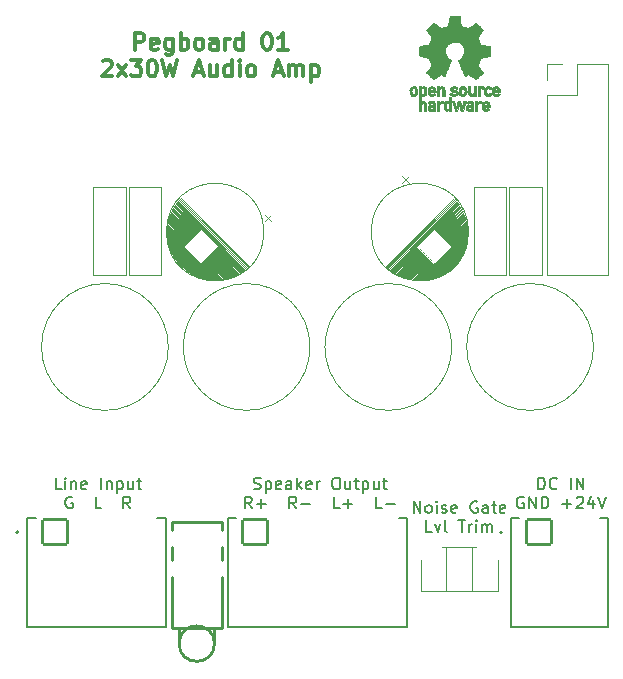
<source format=gbr>
%TF.GenerationSoftware,KiCad,Pcbnew,8.0.8*%
%TF.CreationDate,2025-03-08T19:37:29+01:00*%
%TF.ProjectId,01-2x30w_audio_amp,30312d32-7833-4307-975f-617564696f5f,rev?*%
%TF.SameCoordinates,Original*%
%TF.FileFunction,Legend,Top*%
%TF.FilePolarity,Positive*%
%FSLAX46Y46*%
G04 Gerber Fmt 4.6, Leading zero omitted, Abs format (unit mm)*
G04 Created by KiCad (PCBNEW 8.0.8) date 2025-03-08 19:37:29*
%MOMM*%
%LPD*%
G01*
G04 APERTURE LIST*
G04 Aperture macros list*
%AMRoundRect*
0 Rectangle with rounded corners*
0 $1 Rounding radius*
0 $2 $3 $4 $5 $6 $7 $8 $9 X,Y pos of 4 corners*
0 Add a 4 corners polygon primitive as box body*
4,1,4,$2,$3,$4,$5,$6,$7,$8,$9,$2,$3,0*
0 Add four circle primitives for the rounded corners*
1,1,$1+$1,$2,$3*
1,1,$1+$1,$4,$5*
1,1,$1+$1,$6,$7*
1,1,$1+$1,$8,$9*
0 Add four rect primitives between the rounded corners*
20,1,$1+$1,$2,$3,$4,$5,0*
20,1,$1+$1,$4,$5,$6,$7,0*
20,1,$1+$1,$6,$7,$8,$9,0*
20,1,$1+$1,$8,$9,$2,$3,0*%
%AMRotRect*
0 Rectangle, with rotation*
0 The origin of the aperture is its center*
0 $1 length*
0 $2 width*
0 $3 Rotation angle, in degrees counterclockwise*
0 Add horizontal line*
21,1,$1,$2,0,0,$3*%
G04 Aperture macros list end*
%ADD10C,0.200000*%
%ADD11C,0.300000*%
%ADD12C,0.010000*%
%ADD13C,0.120000*%
%ADD14C,0.250000*%
%ADD15C,0.127000*%
%ADD16C,0.100000*%
%ADD17C,5.600000*%
%ADD18R,1.700000X1.700000*%
%ADD19O,1.700000X1.700000*%
%ADD20C,1.800000*%
%ADD21C,2.600000*%
%ADD22C,1.600000*%
%ADD23RotRect,1.600000X1.600000X225.000000*%
%ADD24C,1.620000*%
%ADD25RoundRect,0.102000X-1.050000X-1.050000X1.050000X-1.050000X1.050000X1.050000X-1.050000X1.050000X0*%
%ADD26C,2.304000*%
%ADD27RotRect,1.600000X1.600000X315.000000*%
G04 APERTURE END LIST*
D10*
X198642857Y-132357275D02*
X198642857Y-131357275D01*
X198642857Y-131357275D02*
X199214285Y-132357275D01*
X199214285Y-132357275D02*
X199214285Y-131357275D01*
X199833333Y-132357275D02*
X199738095Y-132309656D01*
X199738095Y-132309656D02*
X199690476Y-132262036D01*
X199690476Y-132262036D02*
X199642857Y-132166798D01*
X199642857Y-132166798D02*
X199642857Y-131881084D01*
X199642857Y-131881084D02*
X199690476Y-131785846D01*
X199690476Y-131785846D02*
X199738095Y-131738227D01*
X199738095Y-131738227D02*
X199833333Y-131690608D01*
X199833333Y-131690608D02*
X199976190Y-131690608D01*
X199976190Y-131690608D02*
X200071428Y-131738227D01*
X200071428Y-131738227D02*
X200119047Y-131785846D01*
X200119047Y-131785846D02*
X200166666Y-131881084D01*
X200166666Y-131881084D02*
X200166666Y-132166798D01*
X200166666Y-132166798D02*
X200119047Y-132262036D01*
X200119047Y-132262036D02*
X200071428Y-132309656D01*
X200071428Y-132309656D02*
X199976190Y-132357275D01*
X199976190Y-132357275D02*
X199833333Y-132357275D01*
X200595238Y-132357275D02*
X200595238Y-131690608D01*
X200595238Y-131357275D02*
X200547619Y-131404894D01*
X200547619Y-131404894D02*
X200595238Y-131452513D01*
X200595238Y-131452513D02*
X200642857Y-131404894D01*
X200642857Y-131404894D02*
X200595238Y-131357275D01*
X200595238Y-131357275D02*
X200595238Y-131452513D01*
X201023809Y-132309656D02*
X201119047Y-132357275D01*
X201119047Y-132357275D02*
X201309523Y-132357275D01*
X201309523Y-132357275D02*
X201404761Y-132309656D01*
X201404761Y-132309656D02*
X201452380Y-132214417D01*
X201452380Y-132214417D02*
X201452380Y-132166798D01*
X201452380Y-132166798D02*
X201404761Y-132071560D01*
X201404761Y-132071560D02*
X201309523Y-132023941D01*
X201309523Y-132023941D02*
X201166666Y-132023941D01*
X201166666Y-132023941D02*
X201071428Y-131976322D01*
X201071428Y-131976322D02*
X201023809Y-131881084D01*
X201023809Y-131881084D02*
X201023809Y-131833465D01*
X201023809Y-131833465D02*
X201071428Y-131738227D01*
X201071428Y-131738227D02*
X201166666Y-131690608D01*
X201166666Y-131690608D02*
X201309523Y-131690608D01*
X201309523Y-131690608D02*
X201404761Y-131738227D01*
X202261904Y-132309656D02*
X202166666Y-132357275D01*
X202166666Y-132357275D02*
X201976190Y-132357275D01*
X201976190Y-132357275D02*
X201880952Y-132309656D01*
X201880952Y-132309656D02*
X201833333Y-132214417D01*
X201833333Y-132214417D02*
X201833333Y-131833465D01*
X201833333Y-131833465D02*
X201880952Y-131738227D01*
X201880952Y-131738227D02*
X201976190Y-131690608D01*
X201976190Y-131690608D02*
X202166666Y-131690608D01*
X202166666Y-131690608D02*
X202261904Y-131738227D01*
X202261904Y-131738227D02*
X202309523Y-131833465D01*
X202309523Y-131833465D02*
X202309523Y-131928703D01*
X202309523Y-131928703D02*
X201833333Y-132023941D01*
X204023809Y-131404894D02*
X203928571Y-131357275D01*
X203928571Y-131357275D02*
X203785714Y-131357275D01*
X203785714Y-131357275D02*
X203642857Y-131404894D01*
X203642857Y-131404894D02*
X203547619Y-131500132D01*
X203547619Y-131500132D02*
X203500000Y-131595370D01*
X203500000Y-131595370D02*
X203452381Y-131785846D01*
X203452381Y-131785846D02*
X203452381Y-131928703D01*
X203452381Y-131928703D02*
X203500000Y-132119179D01*
X203500000Y-132119179D02*
X203547619Y-132214417D01*
X203547619Y-132214417D02*
X203642857Y-132309656D01*
X203642857Y-132309656D02*
X203785714Y-132357275D01*
X203785714Y-132357275D02*
X203880952Y-132357275D01*
X203880952Y-132357275D02*
X204023809Y-132309656D01*
X204023809Y-132309656D02*
X204071428Y-132262036D01*
X204071428Y-132262036D02*
X204071428Y-131928703D01*
X204071428Y-131928703D02*
X203880952Y-131928703D01*
X204928571Y-132357275D02*
X204928571Y-131833465D01*
X204928571Y-131833465D02*
X204880952Y-131738227D01*
X204880952Y-131738227D02*
X204785714Y-131690608D01*
X204785714Y-131690608D02*
X204595238Y-131690608D01*
X204595238Y-131690608D02*
X204500000Y-131738227D01*
X204928571Y-132309656D02*
X204833333Y-132357275D01*
X204833333Y-132357275D02*
X204595238Y-132357275D01*
X204595238Y-132357275D02*
X204500000Y-132309656D01*
X204500000Y-132309656D02*
X204452381Y-132214417D01*
X204452381Y-132214417D02*
X204452381Y-132119179D01*
X204452381Y-132119179D02*
X204500000Y-132023941D01*
X204500000Y-132023941D02*
X204595238Y-131976322D01*
X204595238Y-131976322D02*
X204833333Y-131976322D01*
X204833333Y-131976322D02*
X204928571Y-131928703D01*
X205261905Y-131690608D02*
X205642857Y-131690608D01*
X205404762Y-131357275D02*
X205404762Y-132214417D01*
X205404762Y-132214417D02*
X205452381Y-132309656D01*
X205452381Y-132309656D02*
X205547619Y-132357275D01*
X205547619Y-132357275D02*
X205642857Y-132357275D01*
X206357143Y-132309656D02*
X206261905Y-132357275D01*
X206261905Y-132357275D02*
X206071429Y-132357275D01*
X206071429Y-132357275D02*
X205976191Y-132309656D01*
X205976191Y-132309656D02*
X205928572Y-132214417D01*
X205928572Y-132214417D02*
X205928572Y-131833465D01*
X205928572Y-131833465D02*
X205976191Y-131738227D01*
X205976191Y-131738227D02*
X206071429Y-131690608D01*
X206071429Y-131690608D02*
X206261905Y-131690608D01*
X206261905Y-131690608D02*
X206357143Y-131738227D01*
X206357143Y-131738227D02*
X206404762Y-131833465D01*
X206404762Y-131833465D02*
X206404762Y-131928703D01*
X206404762Y-131928703D02*
X205928572Y-132023941D01*
X200190475Y-133967219D02*
X199714285Y-133967219D01*
X199714285Y-133967219D02*
X199714285Y-132967219D01*
X200428571Y-133300552D02*
X200666666Y-133967219D01*
X200666666Y-133967219D02*
X200904761Y-133300552D01*
X201428571Y-133967219D02*
X201333333Y-133919600D01*
X201333333Y-133919600D02*
X201285714Y-133824361D01*
X201285714Y-133824361D02*
X201285714Y-132967219D01*
X202428572Y-132967219D02*
X203000000Y-132967219D01*
X202714286Y-133967219D02*
X202714286Y-132967219D01*
X203333334Y-133967219D02*
X203333334Y-133300552D01*
X203333334Y-133491028D02*
X203380953Y-133395790D01*
X203380953Y-133395790D02*
X203428572Y-133348171D01*
X203428572Y-133348171D02*
X203523810Y-133300552D01*
X203523810Y-133300552D02*
X203619048Y-133300552D01*
X203952382Y-133967219D02*
X203952382Y-133300552D01*
X203952382Y-132967219D02*
X203904763Y-133014838D01*
X203904763Y-133014838D02*
X203952382Y-133062457D01*
X203952382Y-133062457D02*
X204000001Y-133014838D01*
X204000001Y-133014838D02*
X203952382Y-132967219D01*
X203952382Y-132967219D02*
X203952382Y-133062457D01*
X204428572Y-133967219D02*
X204428572Y-133300552D01*
X204428572Y-133395790D02*
X204476191Y-133348171D01*
X204476191Y-133348171D02*
X204571429Y-133300552D01*
X204571429Y-133300552D02*
X204714286Y-133300552D01*
X204714286Y-133300552D02*
X204809524Y-133348171D01*
X204809524Y-133348171D02*
X204857143Y-133443409D01*
X204857143Y-133443409D02*
X204857143Y-133967219D01*
X204857143Y-133443409D02*
X204904762Y-133348171D01*
X204904762Y-133348171D02*
X205000000Y-133300552D01*
X205000000Y-133300552D02*
X205142857Y-133300552D01*
X205142857Y-133300552D02*
X205238096Y-133348171D01*
X205238096Y-133348171D02*
X205285715Y-133443409D01*
X205285715Y-133443409D02*
X205285715Y-133967219D01*
X209195238Y-130357275D02*
X209195238Y-129357275D01*
X209195238Y-129357275D02*
X209433333Y-129357275D01*
X209433333Y-129357275D02*
X209576190Y-129404894D01*
X209576190Y-129404894D02*
X209671428Y-129500132D01*
X209671428Y-129500132D02*
X209719047Y-129595370D01*
X209719047Y-129595370D02*
X209766666Y-129785846D01*
X209766666Y-129785846D02*
X209766666Y-129928703D01*
X209766666Y-129928703D02*
X209719047Y-130119179D01*
X209719047Y-130119179D02*
X209671428Y-130214417D01*
X209671428Y-130214417D02*
X209576190Y-130309656D01*
X209576190Y-130309656D02*
X209433333Y-130357275D01*
X209433333Y-130357275D02*
X209195238Y-130357275D01*
X210766666Y-130262036D02*
X210719047Y-130309656D01*
X210719047Y-130309656D02*
X210576190Y-130357275D01*
X210576190Y-130357275D02*
X210480952Y-130357275D01*
X210480952Y-130357275D02*
X210338095Y-130309656D01*
X210338095Y-130309656D02*
X210242857Y-130214417D01*
X210242857Y-130214417D02*
X210195238Y-130119179D01*
X210195238Y-130119179D02*
X210147619Y-129928703D01*
X210147619Y-129928703D02*
X210147619Y-129785846D01*
X210147619Y-129785846D02*
X210195238Y-129595370D01*
X210195238Y-129595370D02*
X210242857Y-129500132D01*
X210242857Y-129500132D02*
X210338095Y-129404894D01*
X210338095Y-129404894D02*
X210480952Y-129357275D01*
X210480952Y-129357275D02*
X210576190Y-129357275D01*
X210576190Y-129357275D02*
X210719047Y-129404894D01*
X210719047Y-129404894D02*
X210766666Y-129452513D01*
X211957143Y-130357275D02*
X211957143Y-129357275D01*
X212433333Y-130357275D02*
X212433333Y-129357275D01*
X212433333Y-129357275D02*
X213004761Y-130357275D01*
X213004761Y-130357275D02*
X213004761Y-129357275D01*
X207957142Y-131014838D02*
X207861904Y-130967219D01*
X207861904Y-130967219D02*
X207719047Y-130967219D01*
X207719047Y-130967219D02*
X207576190Y-131014838D01*
X207576190Y-131014838D02*
X207480952Y-131110076D01*
X207480952Y-131110076D02*
X207433333Y-131205314D01*
X207433333Y-131205314D02*
X207385714Y-131395790D01*
X207385714Y-131395790D02*
X207385714Y-131538647D01*
X207385714Y-131538647D02*
X207433333Y-131729123D01*
X207433333Y-131729123D02*
X207480952Y-131824361D01*
X207480952Y-131824361D02*
X207576190Y-131919600D01*
X207576190Y-131919600D02*
X207719047Y-131967219D01*
X207719047Y-131967219D02*
X207814285Y-131967219D01*
X207814285Y-131967219D02*
X207957142Y-131919600D01*
X207957142Y-131919600D02*
X208004761Y-131871980D01*
X208004761Y-131871980D02*
X208004761Y-131538647D01*
X208004761Y-131538647D02*
X207814285Y-131538647D01*
X208433333Y-131967219D02*
X208433333Y-130967219D01*
X208433333Y-130967219D02*
X209004761Y-131967219D01*
X209004761Y-131967219D02*
X209004761Y-130967219D01*
X209480952Y-131967219D02*
X209480952Y-130967219D01*
X209480952Y-130967219D02*
X209719047Y-130967219D01*
X209719047Y-130967219D02*
X209861904Y-131014838D01*
X209861904Y-131014838D02*
X209957142Y-131110076D01*
X209957142Y-131110076D02*
X210004761Y-131205314D01*
X210004761Y-131205314D02*
X210052380Y-131395790D01*
X210052380Y-131395790D02*
X210052380Y-131538647D01*
X210052380Y-131538647D02*
X210004761Y-131729123D01*
X210004761Y-131729123D02*
X209957142Y-131824361D01*
X209957142Y-131824361D02*
X209861904Y-131919600D01*
X209861904Y-131919600D02*
X209719047Y-131967219D01*
X209719047Y-131967219D02*
X209480952Y-131967219D01*
X211242857Y-131586266D02*
X212004762Y-131586266D01*
X211623809Y-131967219D02*
X211623809Y-131205314D01*
X212433333Y-131062457D02*
X212480952Y-131014838D01*
X212480952Y-131014838D02*
X212576190Y-130967219D01*
X212576190Y-130967219D02*
X212814285Y-130967219D01*
X212814285Y-130967219D02*
X212909523Y-131014838D01*
X212909523Y-131014838D02*
X212957142Y-131062457D01*
X212957142Y-131062457D02*
X213004761Y-131157695D01*
X213004761Y-131157695D02*
X213004761Y-131252933D01*
X213004761Y-131252933D02*
X212957142Y-131395790D01*
X212957142Y-131395790D02*
X212385714Y-131967219D01*
X212385714Y-131967219D02*
X213004761Y-131967219D01*
X213861904Y-131300552D02*
X213861904Y-131967219D01*
X213623809Y-130919600D02*
X213385714Y-131633885D01*
X213385714Y-131633885D02*
X214004761Y-131633885D01*
X214242857Y-130967219D02*
X214576190Y-131967219D01*
X214576190Y-131967219D02*
X214909523Y-130967219D01*
X185104761Y-130309656D02*
X185247618Y-130357275D01*
X185247618Y-130357275D02*
X185485713Y-130357275D01*
X185485713Y-130357275D02*
X185580951Y-130309656D01*
X185580951Y-130309656D02*
X185628570Y-130262036D01*
X185628570Y-130262036D02*
X185676189Y-130166798D01*
X185676189Y-130166798D02*
X185676189Y-130071560D01*
X185676189Y-130071560D02*
X185628570Y-129976322D01*
X185628570Y-129976322D02*
X185580951Y-129928703D01*
X185580951Y-129928703D02*
X185485713Y-129881084D01*
X185485713Y-129881084D02*
X185295237Y-129833465D01*
X185295237Y-129833465D02*
X185199999Y-129785846D01*
X185199999Y-129785846D02*
X185152380Y-129738227D01*
X185152380Y-129738227D02*
X185104761Y-129642989D01*
X185104761Y-129642989D02*
X185104761Y-129547751D01*
X185104761Y-129547751D02*
X185152380Y-129452513D01*
X185152380Y-129452513D02*
X185199999Y-129404894D01*
X185199999Y-129404894D02*
X185295237Y-129357275D01*
X185295237Y-129357275D02*
X185533332Y-129357275D01*
X185533332Y-129357275D02*
X185676189Y-129404894D01*
X186104761Y-129690608D02*
X186104761Y-130690608D01*
X186104761Y-129738227D02*
X186199999Y-129690608D01*
X186199999Y-129690608D02*
X186390475Y-129690608D01*
X186390475Y-129690608D02*
X186485713Y-129738227D01*
X186485713Y-129738227D02*
X186533332Y-129785846D01*
X186533332Y-129785846D02*
X186580951Y-129881084D01*
X186580951Y-129881084D02*
X186580951Y-130166798D01*
X186580951Y-130166798D02*
X186533332Y-130262036D01*
X186533332Y-130262036D02*
X186485713Y-130309656D01*
X186485713Y-130309656D02*
X186390475Y-130357275D01*
X186390475Y-130357275D02*
X186199999Y-130357275D01*
X186199999Y-130357275D02*
X186104761Y-130309656D01*
X187390475Y-130309656D02*
X187295237Y-130357275D01*
X187295237Y-130357275D02*
X187104761Y-130357275D01*
X187104761Y-130357275D02*
X187009523Y-130309656D01*
X187009523Y-130309656D02*
X186961904Y-130214417D01*
X186961904Y-130214417D02*
X186961904Y-129833465D01*
X186961904Y-129833465D02*
X187009523Y-129738227D01*
X187009523Y-129738227D02*
X187104761Y-129690608D01*
X187104761Y-129690608D02*
X187295237Y-129690608D01*
X187295237Y-129690608D02*
X187390475Y-129738227D01*
X187390475Y-129738227D02*
X187438094Y-129833465D01*
X187438094Y-129833465D02*
X187438094Y-129928703D01*
X187438094Y-129928703D02*
X186961904Y-130023941D01*
X188295237Y-130357275D02*
X188295237Y-129833465D01*
X188295237Y-129833465D02*
X188247618Y-129738227D01*
X188247618Y-129738227D02*
X188152380Y-129690608D01*
X188152380Y-129690608D02*
X187961904Y-129690608D01*
X187961904Y-129690608D02*
X187866666Y-129738227D01*
X188295237Y-130309656D02*
X188199999Y-130357275D01*
X188199999Y-130357275D02*
X187961904Y-130357275D01*
X187961904Y-130357275D02*
X187866666Y-130309656D01*
X187866666Y-130309656D02*
X187819047Y-130214417D01*
X187819047Y-130214417D02*
X187819047Y-130119179D01*
X187819047Y-130119179D02*
X187866666Y-130023941D01*
X187866666Y-130023941D02*
X187961904Y-129976322D01*
X187961904Y-129976322D02*
X188199999Y-129976322D01*
X188199999Y-129976322D02*
X188295237Y-129928703D01*
X188771428Y-130357275D02*
X188771428Y-129357275D01*
X188866666Y-129976322D02*
X189152380Y-130357275D01*
X189152380Y-129690608D02*
X188771428Y-130071560D01*
X189961904Y-130309656D02*
X189866666Y-130357275D01*
X189866666Y-130357275D02*
X189676190Y-130357275D01*
X189676190Y-130357275D02*
X189580952Y-130309656D01*
X189580952Y-130309656D02*
X189533333Y-130214417D01*
X189533333Y-130214417D02*
X189533333Y-129833465D01*
X189533333Y-129833465D02*
X189580952Y-129738227D01*
X189580952Y-129738227D02*
X189676190Y-129690608D01*
X189676190Y-129690608D02*
X189866666Y-129690608D01*
X189866666Y-129690608D02*
X189961904Y-129738227D01*
X189961904Y-129738227D02*
X190009523Y-129833465D01*
X190009523Y-129833465D02*
X190009523Y-129928703D01*
X190009523Y-129928703D02*
X189533333Y-130023941D01*
X190438095Y-130357275D02*
X190438095Y-129690608D01*
X190438095Y-129881084D02*
X190485714Y-129785846D01*
X190485714Y-129785846D02*
X190533333Y-129738227D01*
X190533333Y-129738227D02*
X190628571Y-129690608D01*
X190628571Y-129690608D02*
X190723809Y-129690608D01*
X192009524Y-129357275D02*
X192200000Y-129357275D01*
X192200000Y-129357275D02*
X192295238Y-129404894D01*
X192295238Y-129404894D02*
X192390476Y-129500132D01*
X192390476Y-129500132D02*
X192438095Y-129690608D01*
X192438095Y-129690608D02*
X192438095Y-130023941D01*
X192438095Y-130023941D02*
X192390476Y-130214417D01*
X192390476Y-130214417D02*
X192295238Y-130309656D01*
X192295238Y-130309656D02*
X192200000Y-130357275D01*
X192200000Y-130357275D02*
X192009524Y-130357275D01*
X192009524Y-130357275D02*
X191914286Y-130309656D01*
X191914286Y-130309656D02*
X191819048Y-130214417D01*
X191819048Y-130214417D02*
X191771429Y-130023941D01*
X191771429Y-130023941D02*
X191771429Y-129690608D01*
X191771429Y-129690608D02*
X191819048Y-129500132D01*
X191819048Y-129500132D02*
X191914286Y-129404894D01*
X191914286Y-129404894D02*
X192009524Y-129357275D01*
X193295238Y-129690608D02*
X193295238Y-130357275D01*
X192866667Y-129690608D02*
X192866667Y-130214417D01*
X192866667Y-130214417D02*
X192914286Y-130309656D01*
X192914286Y-130309656D02*
X193009524Y-130357275D01*
X193009524Y-130357275D02*
X193152381Y-130357275D01*
X193152381Y-130357275D02*
X193247619Y-130309656D01*
X193247619Y-130309656D02*
X193295238Y-130262036D01*
X193628572Y-129690608D02*
X194009524Y-129690608D01*
X193771429Y-129357275D02*
X193771429Y-130214417D01*
X193771429Y-130214417D02*
X193819048Y-130309656D01*
X193819048Y-130309656D02*
X193914286Y-130357275D01*
X193914286Y-130357275D02*
X194009524Y-130357275D01*
X194342858Y-129690608D02*
X194342858Y-130690608D01*
X194342858Y-129738227D02*
X194438096Y-129690608D01*
X194438096Y-129690608D02*
X194628572Y-129690608D01*
X194628572Y-129690608D02*
X194723810Y-129738227D01*
X194723810Y-129738227D02*
X194771429Y-129785846D01*
X194771429Y-129785846D02*
X194819048Y-129881084D01*
X194819048Y-129881084D02*
X194819048Y-130166798D01*
X194819048Y-130166798D02*
X194771429Y-130262036D01*
X194771429Y-130262036D02*
X194723810Y-130309656D01*
X194723810Y-130309656D02*
X194628572Y-130357275D01*
X194628572Y-130357275D02*
X194438096Y-130357275D01*
X194438096Y-130357275D02*
X194342858Y-130309656D01*
X195676191Y-129690608D02*
X195676191Y-130357275D01*
X195247620Y-129690608D02*
X195247620Y-130214417D01*
X195247620Y-130214417D02*
X195295239Y-130309656D01*
X195295239Y-130309656D02*
X195390477Y-130357275D01*
X195390477Y-130357275D02*
X195533334Y-130357275D01*
X195533334Y-130357275D02*
X195628572Y-130309656D01*
X195628572Y-130309656D02*
X195676191Y-130262036D01*
X196009525Y-129690608D02*
X196390477Y-129690608D01*
X196152382Y-129357275D02*
X196152382Y-130214417D01*
X196152382Y-130214417D02*
X196200001Y-130309656D01*
X196200001Y-130309656D02*
X196295239Y-130357275D01*
X196295239Y-130357275D02*
X196390477Y-130357275D01*
X184938094Y-131967219D02*
X184604761Y-131491028D01*
X184366666Y-131967219D02*
X184366666Y-130967219D01*
X184366666Y-130967219D02*
X184747618Y-130967219D01*
X184747618Y-130967219D02*
X184842856Y-131014838D01*
X184842856Y-131014838D02*
X184890475Y-131062457D01*
X184890475Y-131062457D02*
X184938094Y-131157695D01*
X184938094Y-131157695D02*
X184938094Y-131300552D01*
X184938094Y-131300552D02*
X184890475Y-131395790D01*
X184890475Y-131395790D02*
X184842856Y-131443409D01*
X184842856Y-131443409D02*
X184747618Y-131491028D01*
X184747618Y-131491028D02*
X184366666Y-131491028D01*
X185366666Y-131586266D02*
X186128571Y-131586266D01*
X185747618Y-131967219D02*
X185747618Y-131205314D01*
X188699999Y-131967219D02*
X188366666Y-131491028D01*
X188128571Y-131967219D02*
X188128571Y-130967219D01*
X188128571Y-130967219D02*
X188509523Y-130967219D01*
X188509523Y-130967219D02*
X188604761Y-131014838D01*
X188604761Y-131014838D02*
X188652380Y-131062457D01*
X188652380Y-131062457D02*
X188699999Y-131157695D01*
X188699999Y-131157695D02*
X188699999Y-131300552D01*
X188699999Y-131300552D02*
X188652380Y-131395790D01*
X188652380Y-131395790D02*
X188604761Y-131443409D01*
X188604761Y-131443409D02*
X188509523Y-131491028D01*
X188509523Y-131491028D02*
X188128571Y-131491028D01*
X189128571Y-131586266D02*
X189890476Y-131586266D01*
X192366666Y-131967219D02*
X191890476Y-131967219D01*
X191890476Y-131967219D02*
X191890476Y-130967219D01*
X192700000Y-131586266D02*
X193461905Y-131586266D01*
X193080952Y-131967219D02*
X193080952Y-131205314D01*
X195938095Y-131967219D02*
X195461905Y-131967219D01*
X195461905Y-131967219D02*
X195461905Y-130967219D01*
X196271429Y-131586266D02*
X197033334Y-131586266D01*
X168828571Y-130357275D02*
X168352381Y-130357275D01*
X168352381Y-130357275D02*
X168352381Y-129357275D01*
X169161905Y-130357275D02*
X169161905Y-129690608D01*
X169161905Y-129357275D02*
X169114286Y-129404894D01*
X169114286Y-129404894D02*
X169161905Y-129452513D01*
X169161905Y-129452513D02*
X169209524Y-129404894D01*
X169209524Y-129404894D02*
X169161905Y-129357275D01*
X169161905Y-129357275D02*
X169161905Y-129452513D01*
X169638095Y-129690608D02*
X169638095Y-130357275D01*
X169638095Y-129785846D02*
X169685714Y-129738227D01*
X169685714Y-129738227D02*
X169780952Y-129690608D01*
X169780952Y-129690608D02*
X169923809Y-129690608D01*
X169923809Y-129690608D02*
X170019047Y-129738227D01*
X170019047Y-129738227D02*
X170066666Y-129833465D01*
X170066666Y-129833465D02*
X170066666Y-130357275D01*
X170923809Y-130309656D02*
X170828571Y-130357275D01*
X170828571Y-130357275D02*
X170638095Y-130357275D01*
X170638095Y-130357275D02*
X170542857Y-130309656D01*
X170542857Y-130309656D02*
X170495238Y-130214417D01*
X170495238Y-130214417D02*
X170495238Y-129833465D01*
X170495238Y-129833465D02*
X170542857Y-129738227D01*
X170542857Y-129738227D02*
X170638095Y-129690608D01*
X170638095Y-129690608D02*
X170828571Y-129690608D01*
X170828571Y-129690608D02*
X170923809Y-129738227D01*
X170923809Y-129738227D02*
X170971428Y-129833465D01*
X170971428Y-129833465D02*
X170971428Y-129928703D01*
X170971428Y-129928703D02*
X170495238Y-130023941D01*
X172161905Y-130357275D02*
X172161905Y-129357275D01*
X172638095Y-129690608D02*
X172638095Y-130357275D01*
X172638095Y-129785846D02*
X172685714Y-129738227D01*
X172685714Y-129738227D02*
X172780952Y-129690608D01*
X172780952Y-129690608D02*
X172923809Y-129690608D01*
X172923809Y-129690608D02*
X173019047Y-129738227D01*
X173019047Y-129738227D02*
X173066666Y-129833465D01*
X173066666Y-129833465D02*
X173066666Y-130357275D01*
X173542857Y-129690608D02*
X173542857Y-130690608D01*
X173542857Y-129738227D02*
X173638095Y-129690608D01*
X173638095Y-129690608D02*
X173828571Y-129690608D01*
X173828571Y-129690608D02*
X173923809Y-129738227D01*
X173923809Y-129738227D02*
X173971428Y-129785846D01*
X173971428Y-129785846D02*
X174019047Y-129881084D01*
X174019047Y-129881084D02*
X174019047Y-130166798D01*
X174019047Y-130166798D02*
X173971428Y-130262036D01*
X173971428Y-130262036D02*
X173923809Y-130309656D01*
X173923809Y-130309656D02*
X173828571Y-130357275D01*
X173828571Y-130357275D02*
X173638095Y-130357275D01*
X173638095Y-130357275D02*
X173542857Y-130309656D01*
X174876190Y-129690608D02*
X174876190Y-130357275D01*
X174447619Y-129690608D02*
X174447619Y-130214417D01*
X174447619Y-130214417D02*
X174495238Y-130309656D01*
X174495238Y-130309656D02*
X174590476Y-130357275D01*
X174590476Y-130357275D02*
X174733333Y-130357275D01*
X174733333Y-130357275D02*
X174828571Y-130309656D01*
X174828571Y-130309656D02*
X174876190Y-130262036D01*
X175209524Y-129690608D02*
X175590476Y-129690608D01*
X175352381Y-129357275D02*
X175352381Y-130214417D01*
X175352381Y-130214417D02*
X175400000Y-130309656D01*
X175400000Y-130309656D02*
X175495238Y-130357275D01*
X175495238Y-130357275D02*
X175590476Y-130357275D01*
X169733332Y-131014838D02*
X169638094Y-130967219D01*
X169638094Y-130967219D02*
X169495237Y-130967219D01*
X169495237Y-130967219D02*
X169352380Y-131014838D01*
X169352380Y-131014838D02*
X169257142Y-131110076D01*
X169257142Y-131110076D02*
X169209523Y-131205314D01*
X169209523Y-131205314D02*
X169161904Y-131395790D01*
X169161904Y-131395790D02*
X169161904Y-131538647D01*
X169161904Y-131538647D02*
X169209523Y-131729123D01*
X169209523Y-131729123D02*
X169257142Y-131824361D01*
X169257142Y-131824361D02*
X169352380Y-131919600D01*
X169352380Y-131919600D02*
X169495237Y-131967219D01*
X169495237Y-131967219D02*
X169590475Y-131967219D01*
X169590475Y-131967219D02*
X169733332Y-131919600D01*
X169733332Y-131919600D02*
X169780951Y-131871980D01*
X169780951Y-131871980D02*
X169780951Y-131538647D01*
X169780951Y-131538647D02*
X169590475Y-131538647D01*
X172209523Y-131967219D02*
X171733333Y-131967219D01*
X171733333Y-131967219D02*
X171733333Y-130967219D01*
X174638095Y-131967219D02*
X174304762Y-131491028D01*
X174066667Y-131967219D02*
X174066667Y-130967219D01*
X174066667Y-130967219D02*
X174447619Y-130967219D01*
X174447619Y-130967219D02*
X174542857Y-131014838D01*
X174542857Y-131014838D02*
X174590476Y-131062457D01*
X174590476Y-131062457D02*
X174638095Y-131157695D01*
X174638095Y-131157695D02*
X174638095Y-131300552D01*
X174638095Y-131300552D02*
X174590476Y-131395790D01*
X174590476Y-131395790D02*
X174542857Y-131443409D01*
X174542857Y-131443409D02*
X174447619Y-131491028D01*
X174447619Y-131491028D02*
X174066667Y-131491028D01*
D11*
X175041666Y-93134144D02*
X175041666Y-91734144D01*
X175041666Y-91734144D02*
X175574999Y-91734144D01*
X175574999Y-91734144D02*
X175708333Y-91800811D01*
X175708333Y-91800811D02*
X175774999Y-91867478D01*
X175774999Y-91867478D02*
X175841666Y-92000811D01*
X175841666Y-92000811D02*
X175841666Y-92200811D01*
X175841666Y-92200811D02*
X175774999Y-92334144D01*
X175774999Y-92334144D02*
X175708333Y-92400811D01*
X175708333Y-92400811D02*
X175574999Y-92467478D01*
X175574999Y-92467478D02*
X175041666Y-92467478D01*
X176974999Y-93067478D02*
X176841666Y-93134144D01*
X176841666Y-93134144D02*
X176574999Y-93134144D01*
X176574999Y-93134144D02*
X176441666Y-93067478D01*
X176441666Y-93067478D02*
X176374999Y-92934144D01*
X176374999Y-92934144D02*
X176374999Y-92400811D01*
X176374999Y-92400811D02*
X176441666Y-92267478D01*
X176441666Y-92267478D02*
X176574999Y-92200811D01*
X176574999Y-92200811D02*
X176841666Y-92200811D01*
X176841666Y-92200811D02*
X176974999Y-92267478D01*
X176974999Y-92267478D02*
X177041666Y-92400811D01*
X177041666Y-92400811D02*
X177041666Y-92534144D01*
X177041666Y-92534144D02*
X176374999Y-92667478D01*
X178241666Y-92200811D02*
X178241666Y-93334144D01*
X178241666Y-93334144D02*
X178174999Y-93467478D01*
X178174999Y-93467478D02*
X178108333Y-93534144D01*
X178108333Y-93534144D02*
X177974999Y-93600811D01*
X177974999Y-93600811D02*
X177774999Y-93600811D01*
X177774999Y-93600811D02*
X177641666Y-93534144D01*
X178241666Y-93067478D02*
X178108333Y-93134144D01*
X178108333Y-93134144D02*
X177841666Y-93134144D01*
X177841666Y-93134144D02*
X177708333Y-93067478D01*
X177708333Y-93067478D02*
X177641666Y-93000811D01*
X177641666Y-93000811D02*
X177574999Y-92867478D01*
X177574999Y-92867478D02*
X177574999Y-92467478D01*
X177574999Y-92467478D02*
X177641666Y-92334144D01*
X177641666Y-92334144D02*
X177708333Y-92267478D01*
X177708333Y-92267478D02*
X177841666Y-92200811D01*
X177841666Y-92200811D02*
X178108333Y-92200811D01*
X178108333Y-92200811D02*
X178241666Y-92267478D01*
X178908333Y-93134144D02*
X178908333Y-91734144D01*
X178908333Y-92267478D02*
X179041666Y-92200811D01*
X179041666Y-92200811D02*
X179308333Y-92200811D01*
X179308333Y-92200811D02*
X179441666Y-92267478D01*
X179441666Y-92267478D02*
X179508333Y-92334144D01*
X179508333Y-92334144D02*
X179575000Y-92467478D01*
X179575000Y-92467478D02*
X179575000Y-92867478D01*
X179575000Y-92867478D02*
X179508333Y-93000811D01*
X179508333Y-93000811D02*
X179441666Y-93067478D01*
X179441666Y-93067478D02*
X179308333Y-93134144D01*
X179308333Y-93134144D02*
X179041666Y-93134144D01*
X179041666Y-93134144D02*
X178908333Y-93067478D01*
X180375000Y-93134144D02*
X180241667Y-93067478D01*
X180241667Y-93067478D02*
X180175000Y-93000811D01*
X180175000Y-93000811D02*
X180108333Y-92867478D01*
X180108333Y-92867478D02*
X180108333Y-92467478D01*
X180108333Y-92467478D02*
X180175000Y-92334144D01*
X180175000Y-92334144D02*
X180241667Y-92267478D01*
X180241667Y-92267478D02*
X180375000Y-92200811D01*
X180375000Y-92200811D02*
X180575000Y-92200811D01*
X180575000Y-92200811D02*
X180708333Y-92267478D01*
X180708333Y-92267478D02*
X180775000Y-92334144D01*
X180775000Y-92334144D02*
X180841667Y-92467478D01*
X180841667Y-92467478D02*
X180841667Y-92867478D01*
X180841667Y-92867478D02*
X180775000Y-93000811D01*
X180775000Y-93000811D02*
X180708333Y-93067478D01*
X180708333Y-93067478D02*
X180575000Y-93134144D01*
X180575000Y-93134144D02*
X180375000Y-93134144D01*
X182041667Y-93134144D02*
X182041667Y-92400811D01*
X182041667Y-92400811D02*
X181975000Y-92267478D01*
X181975000Y-92267478D02*
X181841667Y-92200811D01*
X181841667Y-92200811D02*
X181575000Y-92200811D01*
X181575000Y-92200811D02*
X181441667Y-92267478D01*
X182041667Y-93067478D02*
X181908334Y-93134144D01*
X181908334Y-93134144D02*
X181575000Y-93134144D01*
X181575000Y-93134144D02*
X181441667Y-93067478D01*
X181441667Y-93067478D02*
X181375000Y-92934144D01*
X181375000Y-92934144D02*
X181375000Y-92800811D01*
X181375000Y-92800811D02*
X181441667Y-92667478D01*
X181441667Y-92667478D02*
X181575000Y-92600811D01*
X181575000Y-92600811D02*
X181908334Y-92600811D01*
X181908334Y-92600811D02*
X182041667Y-92534144D01*
X182708334Y-93134144D02*
X182708334Y-92200811D01*
X182708334Y-92467478D02*
X182775001Y-92334144D01*
X182775001Y-92334144D02*
X182841667Y-92267478D01*
X182841667Y-92267478D02*
X182975001Y-92200811D01*
X182975001Y-92200811D02*
X183108334Y-92200811D01*
X184175001Y-93134144D02*
X184175001Y-91734144D01*
X184175001Y-93067478D02*
X184041668Y-93134144D01*
X184041668Y-93134144D02*
X183775001Y-93134144D01*
X183775001Y-93134144D02*
X183641668Y-93067478D01*
X183641668Y-93067478D02*
X183575001Y-93000811D01*
X183575001Y-93000811D02*
X183508334Y-92867478D01*
X183508334Y-92867478D02*
X183508334Y-92467478D01*
X183508334Y-92467478D02*
X183575001Y-92334144D01*
X183575001Y-92334144D02*
X183641668Y-92267478D01*
X183641668Y-92267478D02*
X183775001Y-92200811D01*
X183775001Y-92200811D02*
X184041668Y-92200811D01*
X184041668Y-92200811D02*
X184175001Y-92267478D01*
X186175002Y-91734144D02*
X186308335Y-91734144D01*
X186308335Y-91734144D02*
X186441668Y-91800811D01*
X186441668Y-91800811D02*
X186508335Y-91867478D01*
X186508335Y-91867478D02*
X186575002Y-92000811D01*
X186575002Y-92000811D02*
X186641668Y-92267478D01*
X186641668Y-92267478D02*
X186641668Y-92600811D01*
X186641668Y-92600811D02*
X186575002Y-92867478D01*
X186575002Y-92867478D02*
X186508335Y-93000811D01*
X186508335Y-93000811D02*
X186441668Y-93067478D01*
X186441668Y-93067478D02*
X186308335Y-93134144D01*
X186308335Y-93134144D02*
X186175002Y-93134144D01*
X186175002Y-93134144D02*
X186041668Y-93067478D01*
X186041668Y-93067478D02*
X185975002Y-93000811D01*
X185975002Y-93000811D02*
X185908335Y-92867478D01*
X185908335Y-92867478D02*
X185841668Y-92600811D01*
X185841668Y-92600811D02*
X185841668Y-92267478D01*
X185841668Y-92267478D02*
X185908335Y-92000811D01*
X185908335Y-92000811D02*
X185975002Y-91867478D01*
X185975002Y-91867478D02*
X186041668Y-91800811D01*
X186041668Y-91800811D02*
X186175002Y-91734144D01*
X187975001Y-93134144D02*
X187175001Y-93134144D01*
X187575001Y-93134144D02*
X187575001Y-91734144D01*
X187575001Y-91734144D02*
X187441668Y-91934144D01*
X187441668Y-91934144D02*
X187308335Y-92067478D01*
X187308335Y-92067478D02*
X187175001Y-92134144D01*
X172308332Y-94121400D02*
X172374999Y-94054733D01*
X172374999Y-94054733D02*
X172508332Y-93988066D01*
X172508332Y-93988066D02*
X172841666Y-93988066D01*
X172841666Y-93988066D02*
X172974999Y-94054733D01*
X172974999Y-94054733D02*
X173041666Y-94121400D01*
X173041666Y-94121400D02*
X173108332Y-94254733D01*
X173108332Y-94254733D02*
X173108332Y-94388066D01*
X173108332Y-94388066D02*
X173041666Y-94588066D01*
X173041666Y-94588066D02*
X172241666Y-95388066D01*
X172241666Y-95388066D02*
X173108332Y-95388066D01*
X173574999Y-95388066D02*
X174308332Y-94454733D01*
X173574999Y-94454733D02*
X174308332Y-95388066D01*
X174708332Y-93988066D02*
X175574998Y-93988066D01*
X175574998Y-93988066D02*
X175108332Y-94521400D01*
X175108332Y-94521400D02*
X175308332Y-94521400D01*
X175308332Y-94521400D02*
X175441665Y-94588066D01*
X175441665Y-94588066D02*
X175508332Y-94654733D01*
X175508332Y-94654733D02*
X175574998Y-94788066D01*
X175574998Y-94788066D02*
X175574998Y-95121400D01*
X175574998Y-95121400D02*
X175508332Y-95254733D01*
X175508332Y-95254733D02*
X175441665Y-95321400D01*
X175441665Y-95321400D02*
X175308332Y-95388066D01*
X175308332Y-95388066D02*
X174908332Y-95388066D01*
X174908332Y-95388066D02*
X174774998Y-95321400D01*
X174774998Y-95321400D02*
X174708332Y-95254733D01*
X176441665Y-93988066D02*
X176574998Y-93988066D01*
X176574998Y-93988066D02*
X176708331Y-94054733D01*
X176708331Y-94054733D02*
X176774998Y-94121400D01*
X176774998Y-94121400D02*
X176841665Y-94254733D01*
X176841665Y-94254733D02*
X176908331Y-94521400D01*
X176908331Y-94521400D02*
X176908331Y-94854733D01*
X176908331Y-94854733D02*
X176841665Y-95121400D01*
X176841665Y-95121400D02*
X176774998Y-95254733D01*
X176774998Y-95254733D02*
X176708331Y-95321400D01*
X176708331Y-95321400D02*
X176574998Y-95388066D01*
X176574998Y-95388066D02*
X176441665Y-95388066D01*
X176441665Y-95388066D02*
X176308331Y-95321400D01*
X176308331Y-95321400D02*
X176241665Y-95254733D01*
X176241665Y-95254733D02*
X176174998Y-95121400D01*
X176174998Y-95121400D02*
X176108331Y-94854733D01*
X176108331Y-94854733D02*
X176108331Y-94521400D01*
X176108331Y-94521400D02*
X176174998Y-94254733D01*
X176174998Y-94254733D02*
X176241665Y-94121400D01*
X176241665Y-94121400D02*
X176308331Y-94054733D01*
X176308331Y-94054733D02*
X176441665Y-93988066D01*
X177374998Y-93988066D02*
X177708331Y-95388066D01*
X177708331Y-95388066D02*
X177974998Y-94388066D01*
X177974998Y-94388066D02*
X178241664Y-95388066D01*
X178241664Y-95388066D02*
X178574998Y-93988066D01*
X180108331Y-94988066D02*
X180774998Y-94988066D01*
X179974998Y-95388066D02*
X180441665Y-93988066D01*
X180441665Y-93988066D02*
X180908331Y-95388066D01*
X181974998Y-94454733D02*
X181974998Y-95388066D01*
X181374998Y-94454733D02*
X181374998Y-95188066D01*
X181374998Y-95188066D02*
X181441665Y-95321400D01*
X181441665Y-95321400D02*
X181574998Y-95388066D01*
X181574998Y-95388066D02*
X181774998Y-95388066D01*
X181774998Y-95388066D02*
X181908331Y-95321400D01*
X181908331Y-95321400D02*
X181974998Y-95254733D01*
X183241665Y-95388066D02*
X183241665Y-93988066D01*
X183241665Y-95321400D02*
X183108332Y-95388066D01*
X183108332Y-95388066D02*
X182841665Y-95388066D01*
X182841665Y-95388066D02*
X182708332Y-95321400D01*
X182708332Y-95321400D02*
X182641665Y-95254733D01*
X182641665Y-95254733D02*
X182574998Y-95121400D01*
X182574998Y-95121400D02*
X182574998Y-94721400D01*
X182574998Y-94721400D02*
X182641665Y-94588066D01*
X182641665Y-94588066D02*
X182708332Y-94521400D01*
X182708332Y-94521400D02*
X182841665Y-94454733D01*
X182841665Y-94454733D02*
X183108332Y-94454733D01*
X183108332Y-94454733D02*
X183241665Y-94521400D01*
X183908332Y-95388066D02*
X183908332Y-94454733D01*
X183908332Y-93988066D02*
X183841665Y-94054733D01*
X183841665Y-94054733D02*
X183908332Y-94121400D01*
X183908332Y-94121400D02*
X183974999Y-94054733D01*
X183974999Y-94054733D02*
X183908332Y-93988066D01*
X183908332Y-93988066D02*
X183908332Y-94121400D01*
X184774999Y-95388066D02*
X184641666Y-95321400D01*
X184641666Y-95321400D02*
X184574999Y-95254733D01*
X184574999Y-95254733D02*
X184508332Y-95121400D01*
X184508332Y-95121400D02*
X184508332Y-94721400D01*
X184508332Y-94721400D02*
X184574999Y-94588066D01*
X184574999Y-94588066D02*
X184641666Y-94521400D01*
X184641666Y-94521400D02*
X184774999Y-94454733D01*
X184774999Y-94454733D02*
X184974999Y-94454733D01*
X184974999Y-94454733D02*
X185108332Y-94521400D01*
X185108332Y-94521400D02*
X185174999Y-94588066D01*
X185174999Y-94588066D02*
X185241666Y-94721400D01*
X185241666Y-94721400D02*
X185241666Y-95121400D01*
X185241666Y-95121400D02*
X185174999Y-95254733D01*
X185174999Y-95254733D02*
X185108332Y-95321400D01*
X185108332Y-95321400D02*
X184974999Y-95388066D01*
X184974999Y-95388066D02*
X184774999Y-95388066D01*
X186841666Y-94988066D02*
X187508333Y-94988066D01*
X186708333Y-95388066D02*
X187175000Y-93988066D01*
X187175000Y-93988066D02*
X187641666Y-95388066D01*
X188108333Y-95388066D02*
X188108333Y-94454733D01*
X188108333Y-94588066D02*
X188175000Y-94521400D01*
X188175000Y-94521400D02*
X188308333Y-94454733D01*
X188308333Y-94454733D02*
X188508333Y-94454733D01*
X188508333Y-94454733D02*
X188641666Y-94521400D01*
X188641666Y-94521400D02*
X188708333Y-94654733D01*
X188708333Y-94654733D02*
X188708333Y-95388066D01*
X188708333Y-94654733D02*
X188775000Y-94521400D01*
X188775000Y-94521400D02*
X188908333Y-94454733D01*
X188908333Y-94454733D02*
X189108333Y-94454733D01*
X189108333Y-94454733D02*
X189241666Y-94521400D01*
X189241666Y-94521400D02*
X189308333Y-94654733D01*
X189308333Y-94654733D02*
X189308333Y-95388066D01*
X189975000Y-94454733D02*
X189975000Y-95854733D01*
X189975000Y-94521400D02*
X190108333Y-94454733D01*
X190108333Y-94454733D02*
X190375000Y-94454733D01*
X190375000Y-94454733D02*
X190508333Y-94521400D01*
X190508333Y-94521400D02*
X190575000Y-94588066D01*
X190575000Y-94588066D02*
X190641667Y-94721400D01*
X190641667Y-94721400D02*
X190641667Y-95121400D01*
X190641667Y-95121400D02*
X190575000Y-95254733D01*
X190575000Y-95254733D02*
X190508333Y-95321400D01*
X190508333Y-95321400D02*
X190375000Y-95388066D01*
X190375000Y-95388066D02*
X190108333Y-95388066D01*
X190108333Y-95388066D02*
X189975000Y-95321400D01*
D12*
%TO.C,SYM1*%
X204491388Y-96237645D02*
X204548865Y-96255206D01*
X204585872Y-96277395D01*
X204597927Y-96294942D01*
X204594609Y-96315742D01*
X204573079Y-96348419D01*
X204554874Y-96371562D01*
X204517344Y-96413402D01*
X204489148Y-96431005D01*
X204465111Y-96429856D01*
X204393808Y-96411710D01*
X204341442Y-96412534D01*
X204298918Y-96433098D01*
X204284642Y-96445134D01*
X204238947Y-96487483D01*
X204238947Y-97040526D01*
X204055131Y-97040526D01*
X204055131Y-96238421D01*
X204147039Y-96238421D01*
X204202219Y-96240603D01*
X204230688Y-96248351D01*
X204238943Y-96263468D01*
X204238947Y-96263916D01*
X204242845Y-96279749D01*
X204260474Y-96277684D01*
X204284901Y-96266261D01*
X204335350Y-96245005D01*
X204376316Y-96232216D01*
X204429028Y-96228938D01*
X204491388Y-96237645D01*
G36*
X204491388Y-96237645D02*
G01*
X204548865Y-96255206D01*
X204585872Y-96277395D01*
X204597927Y-96294942D01*
X204594609Y-96315742D01*
X204573079Y-96348419D01*
X204554874Y-96371562D01*
X204517344Y-96413402D01*
X204489148Y-96431005D01*
X204465111Y-96429856D01*
X204393808Y-96411710D01*
X204341442Y-96412534D01*
X204298918Y-96433098D01*
X204284642Y-96445134D01*
X204238947Y-96487483D01*
X204238947Y-97040526D01*
X204055131Y-97040526D01*
X204055131Y-96238421D01*
X204147039Y-96238421D01*
X204202219Y-96240603D01*
X204230688Y-96248351D01*
X204238943Y-96263468D01*
X204238947Y-96263916D01*
X204242845Y-96279749D01*
X204260474Y-96277684D01*
X204284901Y-96266261D01*
X204335350Y-96245005D01*
X204376316Y-96232216D01*
X204429028Y-96228938D01*
X204491388Y-96237645D01*
G37*
X204273167Y-97491447D02*
X204337408Y-97504112D01*
X204373980Y-97522864D01*
X204412453Y-97554017D01*
X204357717Y-97623127D01*
X204323969Y-97664979D01*
X204301053Y-97685398D01*
X204278279Y-97688517D01*
X204244956Y-97678472D01*
X204229314Y-97672789D01*
X204165542Y-97664404D01*
X204107140Y-97682378D01*
X204064264Y-97722982D01*
X204057299Y-97735929D01*
X204049713Y-97770224D01*
X204043859Y-97833427D01*
X204040011Y-97921060D01*
X204038443Y-98028640D01*
X204038421Y-98043944D01*
X204038421Y-98310526D01*
X203854605Y-98310526D01*
X203854605Y-97491710D01*
X203946513Y-97491710D01*
X203999507Y-97493094D01*
X204027115Y-97499252D01*
X204037324Y-97513194D01*
X204038421Y-97526344D01*
X204038421Y-97560978D01*
X204082450Y-97526344D01*
X204132937Y-97502716D01*
X204200760Y-97491033D01*
X204273167Y-97491447D01*
G36*
X204273167Y-97491447D02*
G01*
X204337408Y-97504112D01*
X204373980Y-97522864D01*
X204412453Y-97554017D01*
X204357717Y-97623127D01*
X204323969Y-97664979D01*
X204301053Y-97685398D01*
X204278279Y-97688517D01*
X204244956Y-97678472D01*
X204229314Y-97672789D01*
X204165542Y-97664404D01*
X204107140Y-97682378D01*
X204064264Y-97722982D01*
X204057299Y-97735929D01*
X204049713Y-97770224D01*
X204043859Y-97833427D01*
X204040011Y-97921060D01*
X204038443Y-98028640D01*
X204038421Y-98043944D01*
X204038421Y-98310526D01*
X203854605Y-98310526D01*
X203854605Y-97491710D01*
X203946513Y-97491710D01*
X203999507Y-97493094D01*
X204027115Y-97499252D01*
X204037324Y-97513194D01*
X204038421Y-97526344D01*
X204038421Y-97560978D01*
X204082450Y-97526344D01*
X204132937Y-97502716D01*
X204200760Y-97491033D01*
X204273167Y-97491447D01*
G37*
X200779881Y-97493486D02*
X200804888Y-97500982D01*
X200812950Y-97517451D01*
X200813289Y-97524886D01*
X200814736Y-97545594D01*
X200824698Y-97548845D01*
X200851612Y-97534648D01*
X200867598Y-97524948D01*
X200918033Y-97504175D01*
X200978272Y-97493904D01*
X201041434Y-97493114D01*
X201100637Y-97500786D01*
X201149002Y-97515898D01*
X201179646Y-97537432D01*
X201185689Y-97564366D01*
X201182639Y-97571660D01*
X201160406Y-97601937D01*
X201125930Y-97639175D01*
X201119694Y-97645195D01*
X201086833Y-97672875D01*
X201058480Y-97681818D01*
X201018827Y-97675576D01*
X201002942Y-97671429D01*
X200953509Y-97661467D01*
X200918752Y-97665947D01*
X200889400Y-97681746D01*
X200862513Y-97702949D01*
X200842710Y-97729614D01*
X200828948Y-97766827D01*
X200820184Y-97819673D01*
X200815374Y-97893237D01*
X200813474Y-97992605D01*
X200813289Y-98052601D01*
X200813289Y-98310526D01*
X200646184Y-98310526D01*
X200646184Y-97491710D01*
X200729736Y-97491710D01*
X200779881Y-97493486D01*
G36*
X200779881Y-97493486D02*
G01*
X200804888Y-97500982D01*
X200812950Y-97517451D01*
X200813289Y-97524886D01*
X200814736Y-97545594D01*
X200824698Y-97548845D01*
X200851612Y-97534648D01*
X200867598Y-97524948D01*
X200918033Y-97504175D01*
X200978272Y-97493904D01*
X201041434Y-97493114D01*
X201100637Y-97500786D01*
X201149002Y-97515898D01*
X201179646Y-97537432D01*
X201185689Y-97564366D01*
X201182639Y-97571660D01*
X201160406Y-97601937D01*
X201125930Y-97639175D01*
X201119694Y-97645195D01*
X201086833Y-97672875D01*
X201058480Y-97681818D01*
X201018827Y-97675576D01*
X201002942Y-97671429D01*
X200953509Y-97661467D01*
X200918752Y-97665947D01*
X200889400Y-97681746D01*
X200862513Y-97702949D01*
X200842710Y-97729614D01*
X200828948Y-97766827D01*
X200820184Y-97819673D01*
X200815374Y-97893237D01*
X200813474Y-97992605D01*
X200813289Y-98052601D01*
X200813289Y-98310526D01*
X200646184Y-98310526D01*
X200646184Y-97491710D01*
X200729736Y-97491710D01*
X200779881Y-97493486D01*
G37*
X203420131Y-96498533D02*
X203421710Y-96621089D01*
X203427481Y-96714179D01*
X203438991Y-96781651D01*
X203457790Y-96827355D01*
X203485426Y-96855139D01*
X203523448Y-96868854D01*
X203570526Y-96872358D01*
X203619832Y-96868432D01*
X203657283Y-96854089D01*
X203684428Y-96825478D01*
X203702815Y-96778751D01*
X203713993Y-96710058D01*
X203719511Y-96615550D01*
X203720921Y-96498533D01*
X203720921Y-96238421D01*
X203904736Y-96238421D01*
X203904736Y-97040526D01*
X203812828Y-97040526D01*
X203757422Y-97038281D01*
X203728891Y-97030396D01*
X203720921Y-97015428D01*
X203716120Y-97002097D01*
X203697014Y-97004917D01*
X203658504Y-97023783D01*
X203570239Y-97052887D01*
X203476623Y-97050825D01*
X203386921Y-97019221D01*
X203344204Y-96994257D01*
X203311621Y-96967226D01*
X203287817Y-96933405D01*
X203271439Y-96888068D01*
X203261131Y-96826489D01*
X203255541Y-96743943D01*
X203253312Y-96635705D01*
X203253026Y-96552004D01*
X203253026Y-96238421D01*
X203420131Y-96238421D01*
X203420131Y-96498533D01*
G36*
X203420131Y-96498533D02*
G01*
X203421710Y-96621089D01*
X203427481Y-96714179D01*
X203438991Y-96781651D01*
X203457790Y-96827355D01*
X203485426Y-96855139D01*
X203523448Y-96868854D01*
X203570526Y-96872358D01*
X203619832Y-96868432D01*
X203657283Y-96854089D01*
X203684428Y-96825478D01*
X203702815Y-96778751D01*
X203713993Y-96710058D01*
X203719511Y-96615550D01*
X203720921Y-96498533D01*
X203720921Y-96238421D01*
X203904736Y-96238421D01*
X203904736Y-97040526D01*
X203812828Y-97040526D01*
X203757422Y-97038281D01*
X203728891Y-97030396D01*
X203720921Y-97015428D01*
X203716120Y-97002097D01*
X203697014Y-97004917D01*
X203658504Y-97023783D01*
X203570239Y-97052887D01*
X203476623Y-97050825D01*
X203386921Y-97019221D01*
X203344204Y-96994257D01*
X203311621Y-96967226D01*
X203287817Y-96933405D01*
X203271439Y-96888068D01*
X203261131Y-96826489D01*
X203255541Y-96743943D01*
X203253312Y-96635705D01*
X203253026Y-96552004D01*
X203253026Y-96238421D01*
X203420131Y-96238421D01*
X203420131Y-96498533D01*
G37*
X201097957Y-96252226D02*
X201139546Y-96272090D01*
X201179825Y-96300784D01*
X201210510Y-96333809D01*
X201232861Y-96375931D01*
X201248136Y-96431915D01*
X201257592Y-96506528D01*
X201262487Y-96604535D01*
X201264081Y-96730702D01*
X201264106Y-96743914D01*
X201264473Y-97040526D01*
X201080657Y-97040526D01*
X201080657Y-96767081D01*
X201080527Y-96665777D01*
X201079621Y-96592353D01*
X201077173Y-96541271D01*
X201072414Y-96506990D01*
X201064574Y-96483971D01*
X201052885Y-96466673D01*
X201036602Y-96449581D01*
X200979634Y-96412857D01*
X200917445Y-96406042D01*
X200858199Y-96429261D01*
X200837595Y-96446543D01*
X200822470Y-96462791D01*
X200811610Y-96480191D01*
X200804310Y-96504212D01*
X200799863Y-96540322D01*
X200797564Y-96593988D01*
X200796704Y-96670680D01*
X200796578Y-96764043D01*
X200796578Y-97040526D01*
X200612763Y-97040526D01*
X200612763Y-96238421D01*
X200704671Y-96238421D01*
X200759851Y-96240603D01*
X200788320Y-96248351D01*
X200796575Y-96263468D01*
X200796578Y-96263916D01*
X200800408Y-96278720D01*
X200817301Y-96277040D01*
X200850888Y-96260773D01*
X200927063Y-96236840D01*
X201014200Y-96234178D01*
X201097957Y-96252226D01*
G36*
X201097957Y-96252226D02*
G01*
X201139546Y-96272090D01*
X201179825Y-96300784D01*
X201210510Y-96333809D01*
X201232861Y-96375931D01*
X201248136Y-96431915D01*
X201257592Y-96506528D01*
X201262487Y-96604535D01*
X201264081Y-96730702D01*
X201264106Y-96743914D01*
X201264473Y-97040526D01*
X201080657Y-97040526D01*
X201080657Y-96767081D01*
X201080527Y-96665777D01*
X201079621Y-96592353D01*
X201077173Y-96541271D01*
X201072414Y-96506990D01*
X201064574Y-96483971D01*
X201052885Y-96466673D01*
X201036602Y-96449581D01*
X200979634Y-96412857D01*
X200917445Y-96406042D01*
X200858199Y-96429261D01*
X200837595Y-96446543D01*
X200822470Y-96462791D01*
X200811610Y-96480191D01*
X200804310Y-96504212D01*
X200799863Y-96540322D01*
X200797564Y-96593988D01*
X200796704Y-96670680D01*
X200796578Y-96764043D01*
X200796578Y-97040526D01*
X200612763Y-97040526D01*
X200612763Y-96238421D01*
X200704671Y-96238421D01*
X200759851Y-96240603D01*
X200788320Y-96248351D01*
X200796575Y-96263468D01*
X200796578Y-96263916D01*
X200800408Y-96278720D01*
X200817301Y-96277040D01*
X200850888Y-96260773D01*
X200927063Y-96236840D01*
X201014200Y-96234178D01*
X201097957Y-96252226D01*
G37*
X205046576Y-96245419D02*
X205143395Y-96286549D01*
X205173890Y-96306571D01*
X205212865Y-96337340D01*
X205237331Y-96361533D01*
X205241578Y-96369413D01*
X205229584Y-96386899D01*
X205198887Y-96416570D01*
X205174312Y-96437279D01*
X205107046Y-96491336D01*
X205053930Y-96446642D01*
X205012884Y-96417789D01*
X204972863Y-96407829D01*
X204927059Y-96410261D01*
X204854324Y-96428345D01*
X204804256Y-96465881D01*
X204773829Y-96526562D01*
X204760017Y-96614081D01*
X204760013Y-96614136D01*
X204761208Y-96711958D01*
X204779772Y-96783730D01*
X204816804Y-96832595D01*
X204842050Y-96849143D01*
X204909097Y-96869749D01*
X204980709Y-96869762D01*
X205043015Y-96849768D01*
X205057763Y-96840000D01*
X205094750Y-96815047D01*
X205123668Y-96810958D01*
X205154856Y-96829530D01*
X205189336Y-96862887D01*
X205243912Y-96919196D01*
X205183318Y-96969142D01*
X205089698Y-97025513D01*
X204984125Y-97053293D01*
X204873798Y-97051282D01*
X204801343Y-97032862D01*
X204716656Y-96987310D01*
X204648927Y-96915650D01*
X204618157Y-96865066D01*
X204593236Y-96792488D01*
X204580766Y-96700569D01*
X204580670Y-96600948D01*
X204592870Y-96505267D01*
X204617290Y-96425169D01*
X204621136Y-96416956D01*
X204678093Y-96336413D01*
X204755209Y-96277771D01*
X204846390Y-96242247D01*
X204945543Y-96231057D01*
X205046576Y-96245419D01*
G36*
X205046576Y-96245419D02*
G01*
X205143395Y-96286549D01*
X205173890Y-96306571D01*
X205212865Y-96337340D01*
X205237331Y-96361533D01*
X205241578Y-96369413D01*
X205229584Y-96386899D01*
X205198887Y-96416570D01*
X205174312Y-96437279D01*
X205107046Y-96491336D01*
X205053930Y-96446642D01*
X205012884Y-96417789D01*
X204972863Y-96407829D01*
X204927059Y-96410261D01*
X204854324Y-96428345D01*
X204804256Y-96465881D01*
X204773829Y-96526562D01*
X204760017Y-96614081D01*
X204760013Y-96614136D01*
X204761208Y-96711958D01*
X204779772Y-96783730D01*
X204816804Y-96832595D01*
X204842050Y-96849143D01*
X204909097Y-96869749D01*
X204980709Y-96869762D01*
X205043015Y-96849768D01*
X205057763Y-96840000D01*
X205094750Y-96815047D01*
X205123668Y-96810958D01*
X205154856Y-96829530D01*
X205189336Y-96862887D01*
X205243912Y-96919196D01*
X205183318Y-96969142D01*
X205089698Y-97025513D01*
X204984125Y-97053293D01*
X204873798Y-97051282D01*
X204801343Y-97032862D01*
X204716656Y-96987310D01*
X204648927Y-96915650D01*
X204618157Y-96865066D01*
X204593236Y-96792488D01*
X204580766Y-96700569D01*
X204580670Y-96600948D01*
X204592870Y-96505267D01*
X204617290Y-96425169D01*
X204621136Y-96416956D01*
X204678093Y-96336413D01*
X204755209Y-96277771D01*
X204846390Y-96242247D01*
X204945543Y-96231057D01*
X205046576Y-96245419D01*
G37*
X202911669Y-96248310D02*
X202996192Y-96294340D01*
X203062321Y-96367006D01*
X203093478Y-96426106D01*
X203106855Y-96478305D01*
X203115522Y-96552719D01*
X203119237Y-96638442D01*
X203117754Y-96724569D01*
X203110831Y-96800193D01*
X203102745Y-96840584D01*
X203075465Y-96895840D01*
X203028220Y-96954530D01*
X202971282Y-97005852D01*
X202914924Y-97039005D01*
X202913550Y-97039531D01*
X202843616Y-97054018D01*
X202760737Y-97054377D01*
X202681977Y-97041188D01*
X202651566Y-97030617D01*
X202573239Y-96986201D01*
X202517143Y-96928007D01*
X202480286Y-96850965D01*
X202459680Y-96750001D01*
X202455018Y-96697116D01*
X202455613Y-96630663D01*
X202634736Y-96630663D01*
X202640770Y-96727630D01*
X202658138Y-96801523D01*
X202685740Y-96848736D01*
X202705404Y-96862237D01*
X202755787Y-96871651D01*
X202815673Y-96868864D01*
X202867449Y-96855316D01*
X202881027Y-96847862D01*
X202916849Y-96804451D01*
X202940493Y-96738014D01*
X202950558Y-96657161D01*
X202945642Y-96570502D01*
X202934655Y-96518349D01*
X202903109Y-96457951D01*
X202853311Y-96420197D01*
X202793337Y-96407143D01*
X202731264Y-96420849D01*
X202683582Y-96454372D01*
X202658525Y-96482031D01*
X202643900Y-96509294D01*
X202636929Y-96546190D01*
X202634833Y-96602750D01*
X202634736Y-96630663D01*
X202455613Y-96630663D01*
X202456282Y-96555994D01*
X202479265Y-96440271D01*
X202523972Y-96349941D01*
X202590405Y-96285000D01*
X202678565Y-96245445D01*
X202697495Y-96240858D01*
X202811266Y-96230090D01*
X202911669Y-96248310D01*
G36*
X202911669Y-96248310D02*
G01*
X202996192Y-96294340D01*
X203062321Y-96367006D01*
X203093478Y-96426106D01*
X203106855Y-96478305D01*
X203115522Y-96552719D01*
X203119237Y-96638442D01*
X203117754Y-96724569D01*
X203110831Y-96800193D01*
X203102745Y-96840584D01*
X203075465Y-96895840D01*
X203028220Y-96954530D01*
X202971282Y-97005852D01*
X202914924Y-97039005D01*
X202913550Y-97039531D01*
X202843616Y-97054018D01*
X202760737Y-97054377D01*
X202681977Y-97041188D01*
X202651566Y-97030617D01*
X202573239Y-96986201D01*
X202517143Y-96928007D01*
X202480286Y-96850965D01*
X202459680Y-96750001D01*
X202455018Y-96697116D01*
X202455613Y-96630663D01*
X202634736Y-96630663D01*
X202640770Y-96727630D01*
X202658138Y-96801523D01*
X202685740Y-96848736D01*
X202705404Y-96862237D01*
X202755787Y-96871651D01*
X202815673Y-96868864D01*
X202867449Y-96855316D01*
X202881027Y-96847862D01*
X202916849Y-96804451D01*
X202940493Y-96738014D01*
X202950558Y-96657161D01*
X202945642Y-96570502D01*
X202934655Y-96518349D01*
X202903109Y-96457951D01*
X202853311Y-96420197D01*
X202793337Y-96407143D01*
X202731264Y-96420849D01*
X202683582Y-96454372D01*
X202658525Y-96482031D01*
X202643900Y-96509294D01*
X202636929Y-96546190D01*
X202634833Y-96602750D01*
X202634736Y-96630663D01*
X202455613Y-96630663D01*
X202456282Y-96555994D01*
X202479265Y-96440271D01*
X202523972Y-96349941D01*
X202590405Y-96285000D01*
X202678565Y-96245445D01*
X202697495Y-96240858D01*
X202811266Y-96230090D01*
X202911669Y-96248310D01*
G37*
X202474130Y-97495104D02*
X202540220Y-97500066D01*
X202626626Y-97759079D01*
X202713031Y-98018092D01*
X202740124Y-97926184D01*
X202756428Y-97869384D01*
X202777875Y-97792625D01*
X202801035Y-97708251D01*
X202813280Y-97662993D01*
X202859344Y-97491710D01*
X203049387Y-97491710D01*
X202992582Y-97671349D01*
X202964607Y-97759704D01*
X202930813Y-97866281D01*
X202895520Y-97977454D01*
X202864013Y-98076579D01*
X202792250Y-98302171D01*
X202637286Y-98312253D01*
X202595270Y-98173528D01*
X202569359Y-98087351D01*
X202541083Y-97992347D01*
X202516369Y-97908441D01*
X202515394Y-97905102D01*
X202496935Y-97848248D01*
X202480649Y-97809456D01*
X202469242Y-97794787D01*
X202466898Y-97796483D01*
X202458671Y-97819225D01*
X202443038Y-97867940D01*
X202421904Y-97936502D01*
X202397170Y-98018785D01*
X202383787Y-98064046D01*
X202311311Y-98310526D01*
X202157495Y-98310526D01*
X202034531Y-97922006D01*
X201999988Y-97813022D01*
X201968521Y-97714048D01*
X201941616Y-97629736D01*
X201920759Y-97564734D01*
X201907438Y-97523692D01*
X201903388Y-97511701D01*
X201906594Y-97499423D01*
X201931765Y-97494046D01*
X201984146Y-97494584D01*
X201992345Y-97494990D01*
X202089482Y-97500066D01*
X202153100Y-97734013D01*
X202176484Y-97819333D01*
X202197381Y-97894335D01*
X202213951Y-97952507D01*
X202224354Y-97987337D01*
X202226276Y-97993016D01*
X202234241Y-97986486D01*
X202250304Y-97952654D01*
X202272621Y-97896127D01*
X202299345Y-97821510D01*
X202321937Y-97754107D01*
X202408041Y-97490143D01*
X202474130Y-97495104D01*
G36*
X202474130Y-97495104D02*
G01*
X202540220Y-97500066D01*
X202626626Y-97759079D01*
X202713031Y-98018092D01*
X202740124Y-97926184D01*
X202756428Y-97869384D01*
X202777875Y-97792625D01*
X202801035Y-97708251D01*
X202813280Y-97662993D01*
X202859344Y-97491710D01*
X203049387Y-97491710D01*
X202992582Y-97671349D01*
X202964607Y-97759704D01*
X202930813Y-97866281D01*
X202895520Y-97977454D01*
X202864013Y-98076579D01*
X202792250Y-98302171D01*
X202637286Y-98312253D01*
X202595270Y-98173528D01*
X202569359Y-98087351D01*
X202541083Y-97992347D01*
X202516369Y-97908441D01*
X202515394Y-97905102D01*
X202496935Y-97848248D01*
X202480649Y-97809456D01*
X202469242Y-97794787D01*
X202466898Y-97796483D01*
X202458671Y-97819225D01*
X202443038Y-97867940D01*
X202421904Y-97936502D01*
X202397170Y-98018785D01*
X202383787Y-98064046D01*
X202311311Y-98310526D01*
X202157495Y-98310526D01*
X202034531Y-97922006D01*
X201999988Y-97813022D01*
X201968521Y-97714048D01*
X201941616Y-97629736D01*
X201920759Y-97564734D01*
X201907438Y-97523692D01*
X201903388Y-97511701D01*
X201906594Y-97499423D01*
X201931765Y-97494046D01*
X201984146Y-97494584D01*
X201992345Y-97494990D01*
X202089482Y-97500066D01*
X202153100Y-97734013D01*
X202176484Y-97819333D01*
X202197381Y-97894335D01*
X202213951Y-97952507D01*
X202224354Y-97987337D01*
X202226276Y-97993016D01*
X202234241Y-97986486D01*
X202250304Y-97952654D01*
X202272621Y-97896127D01*
X202299345Y-97821510D01*
X202321937Y-97754107D01*
X202408041Y-97490143D01*
X202474130Y-97495104D01*
G37*
X198726784Y-96247104D02*
X198814205Y-96285754D01*
X198880570Y-96350290D01*
X198925976Y-96440812D01*
X198950518Y-96557418D01*
X198952277Y-96575624D01*
X198953656Y-96703984D01*
X198935784Y-96816496D01*
X198899750Y-96907688D01*
X198880455Y-96937022D01*
X198813245Y-96999106D01*
X198727650Y-97039316D01*
X198631890Y-97056003D01*
X198534187Y-97047517D01*
X198459917Y-97021380D01*
X198396047Y-96977335D01*
X198343846Y-96919587D01*
X198342943Y-96918236D01*
X198321744Y-96882593D01*
X198307967Y-96846752D01*
X198299624Y-96801519D01*
X198294727Y-96737701D01*
X198292569Y-96685368D01*
X198291671Y-96637910D01*
X198458743Y-96637910D01*
X198460376Y-96685154D01*
X198466304Y-96748046D01*
X198476761Y-96788407D01*
X198495619Y-96817122D01*
X198513281Y-96833896D01*
X198575894Y-96869016D01*
X198641408Y-96873710D01*
X198702421Y-96848440D01*
X198732928Y-96820124D01*
X198754911Y-96791589D01*
X198767769Y-96764284D01*
X198773412Y-96728750D01*
X198773751Y-96675524D01*
X198772012Y-96626506D01*
X198768271Y-96556482D01*
X198762341Y-96511064D01*
X198751653Y-96481440D01*
X198733639Y-96458797D01*
X198719363Y-96445855D01*
X198659651Y-96411860D01*
X198595234Y-96410165D01*
X198541219Y-96430301D01*
X198495140Y-96472352D01*
X198467689Y-96541428D01*
X198458743Y-96637910D01*
X198291671Y-96637910D01*
X198290599Y-96581299D01*
X198293964Y-96503468D01*
X198304045Y-96444930D01*
X198322226Y-96398737D01*
X198349890Y-96357942D01*
X198360146Y-96345828D01*
X198424278Y-96285474D01*
X198493066Y-96250220D01*
X198577189Y-96235450D01*
X198618209Y-96234243D01*
X198726784Y-96247104D01*
G36*
X198726784Y-96247104D02*
G01*
X198814205Y-96285754D01*
X198880570Y-96350290D01*
X198925976Y-96440812D01*
X198950518Y-96557418D01*
X198952277Y-96575624D01*
X198953656Y-96703984D01*
X198935784Y-96816496D01*
X198899750Y-96907688D01*
X198880455Y-96937022D01*
X198813245Y-96999106D01*
X198727650Y-97039316D01*
X198631890Y-97056003D01*
X198534187Y-97047517D01*
X198459917Y-97021380D01*
X198396047Y-96977335D01*
X198343846Y-96919587D01*
X198342943Y-96918236D01*
X198321744Y-96882593D01*
X198307967Y-96846752D01*
X198299624Y-96801519D01*
X198294727Y-96737701D01*
X198292569Y-96685368D01*
X198291671Y-96637910D01*
X198458743Y-96637910D01*
X198460376Y-96685154D01*
X198466304Y-96748046D01*
X198476761Y-96788407D01*
X198495619Y-96817122D01*
X198513281Y-96833896D01*
X198575894Y-96869016D01*
X198641408Y-96873710D01*
X198702421Y-96848440D01*
X198732928Y-96820124D01*
X198754911Y-96791589D01*
X198767769Y-96764284D01*
X198773412Y-96728750D01*
X198773751Y-96675524D01*
X198772012Y-96626506D01*
X198768271Y-96556482D01*
X198762341Y-96511064D01*
X198751653Y-96481440D01*
X198733639Y-96458797D01*
X198719363Y-96445855D01*
X198659651Y-96411860D01*
X198595234Y-96410165D01*
X198541219Y-96430301D01*
X198495140Y-96472352D01*
X198467689Y-96541428D01*
X198458743Y-96637910D01*
X198291671Y-96637910D01*
X198290599Y-96581299D01*
X198293964Y-96503468D01*
X198304045Y-96444930D01*
X198322226Y-96398737D01*
X198349890Y-96357942D01*
X198360146Y-96345828D01*
X198424278Y-96285474D01*
X198493066Y-96250220D01*
X198577189Y-96235450D01*
X198618209Y-96234243D01*
X198726784Y-96247104D01*
G37*
X201832631Y-98310526D02*
X201740723Y-98310526D01*
X201687377Y-98308962D01*
X201659593Y-98302485D01*
X201649590Y-98288418D01*
X201648815Y-98278906D01*
X201647128Y-98259832D01*
X201636490Y-98256174D01*
X201608535Y-98267932D01*
X201586795Y-98278906D01*
X201503332Y-98304911D01*
X201412604Y-98306416D01*
X201338842Y-98287021D01*
X201270154Y-98240165D01*
X201217794Y-98171004D01*
X201189122Y-98089427D01*
X201188392Y-98084866D01*
X201184132Y-98035101D01*
X201182014Y-97963659D01*
X201182184Y-97909626D01*
X201364720Y-97909626D01*
X201368949Y-97981441D01*
X201378568Y-98040634D01*
X201391590Y-98074060D01*
X201440856Y-98119740D01*
X201499350Y-98136115D01*
X201559671Y-98122873D01*
X201611217Y-98083373D01*
X201630738Y-98056807D01*
X201642152Y-98025106D01*
X201647498Y-97978832D01*
X201648815Y-97909328D01*
X201646458Y-97840499D01*
X201640233Y-97780026D01*
X201631408Y-97739556D01*
X201629937Y-97735929D01*
X201594347Y-97692802D01*
X201542400Y-97669124D01*
X201484278Y-97665301D01*
X201430160Y-97681738D01*
X201390226Y-97718840D01*
X201386083Y-97726222D01*
X201373116Y-97771239D01*
X201366052Y-97835967D01*
X201364720Y-97909626D01*
X201182184Y-97909626D01*
X201182271Y-97882230D01*
X201183472Y-97838405D01*
X201191645Y-97729988D01*
X201208630Y-97648588D01*
X201236887Y-97588412D01*
X201278872Y-97543666D01*
X201319632Y-97517400D01*
X201376581Y-97498935D01*
X201447411Y-97492602D01*
X201519941Y-97497760D01*
X201581986Y-97513769D01*
X201614768Y-97532920D01*
X201648815Y-97563732D01*
X201648815Y-97174210D01*
X201832631Y-97174210D01*
X201832631Y-98310526D01*
G36*
X201832631Y-98310526D02*
G01*
X201740723Y-98310526D01*
X201687377Y-98308962D01*
X201659593Y-98302485D01*
X201649590Y-98288418D01*
X201648815Y-98278906D01*
X201647128Y-98259832D01*
X201636490Y-98256174D01*
X201608535Y-98267932D01*
X201586795Y-98278906D01*
X201503332Y-98304911D01*
X201412604Y-98306416D01*
X201338842Y-98287021D01*
X201270154Y-98240165D01*
X201217794Y-98171004D01*
X201189122Y-98089427D01*
X201188392Y-98084866D01*
X201184132Y-98035101D01*
X201182014Y-97963659D01*
X201182184Y-97909626D01*
X201364720Y-97909626D01*
X201368949Y-97981441D01*
X201378568Y-98040634D01*
X201391590Y-98074060D01*
X201440856Y-98119740D01*
X201499350Y-98136115D01*
X201559671Y-98122873D01*
X201611217Y-98083373D01*
X201630738Y-98056807D01*
X201642152Y-98025106D01*
X201647498Y-97978832D01*
X201648815Y-97909328D01*
X201646458Y-97840499D01*
X201640233Y-97780026D01*
X201631408Y-97739556D01*
X201629937Y-97735929D01*
X201594347Y-97692802D01*
X201542400Y-97669124D01*
X201484278Y-97665301D01*
X201430160Y-97681738D01*
X201390226Y-97718840D01*
X201386083Y-97726222D01*
X201373116Y-97771239D01*
X201366052Y-97835967D01*
X201364720Y-97909626D01*
X201182184Y-97909626D01*
X201182271Y-97882230D01*
X201183472Y-97838405D01*
X201191645Y-97729988D01*
X201208630Y-97648588D01*
X201236887Y-97588412D01*
X201278872Y-97543666D01*
X201319632Y-97517400D01*
X201376581Y-97498935D01*
X201447411Y-97492602D01*
X201519941Y-97497760D01*
X201581986Y-97513769D01*
X201614768Y-97532920D01*
X201648815Y-97563732D01*
X201648815Y-97174210D01*
X201832631Y-97174210D01*
X201832631Y-98310526D01*
G37*
X205658784Y-96235554D02*
X205701574Y-96245949D01*
X205783609Y-96284013D01*
X205853757Y-96342149D01*
X205902305Y-96411852D01*
X205908975Y-96427502D01*
X205918124Y-96468496D01*
X205924529Y-96529138D01*
X205926710Y-96590430D01*
X205926710Y-96706316D01*
X205684407Y-96706316D01*
X205584471Y-96706693D01*
X205514069Y-96708987D01*
X205469313Y-96714938D01*
X205446315Y-96726285D01*
X205441189Y-96744771D01*
X205450048Y-96772136D01*
X205465917Y-96804155D01*
X205510184Y-96857592D01*
X205571699Y-96884215D01*
X205646885Y-96883347D01*
X205732053Y-96854371D01*
X205805659Y-96818611D01*
X205866734Y-96866904D01*
X205927810Y-96915197D01*
X205870351Y-96968285D01*
X205793641Y-97018445D01*
X205699302Y-97048688D01*
X205597827Y-97057151D01*
X205499711Y-97041974D01*
X205483881Y-97036824D01*
X205397647Y-96991791D01*
X205333501Y-96924652D01*
X205290091Y-96833405D01*
X205266064Y-96716044D01*
X205265784Y-96713529D01*
X205263633Y-96585627D01*
X205272329Y-96539997D01*
X205442105Y-96539997D01*
X205457697Y-96547013D01*
X205500029Y-96552388D01*
X205562434Y-96555457D01*
X205601981Y-96555921D01*
X205675728Y-96555630D01*
X205721840Y-96553783D01*
X205746100Y-96548912D01*
X205754294Y-96539555D01*
X205752206Y-96524245D01*
X205750455Y-96518322D01*
X205720560Y-96462668D01*
X205673542Y-96417815D01*
X205632049Y-96398105D01*
X205576926Y-96399295D01*
X205521068Y-96423875D01*
X205474212Y-96464570D01*
X205446094Y-96514108D01*
X205442105Y-96539997D01*
X205272329Y-96539997D01*
X205285074Y-96473133D01*
X205327611Y-96378727D01*
X205388747Y-96305088D01*
X205465985Y-96254893D01*
X205556830Y-96230822D01*
X205658784Y-96235554D01*
G36*
X205658784Y-96235554D02*
G01*
X205701574Y-96245949D01*
X205783609Y-96284013D01*
X205853757Y-96342149D01*
X205902305Y-96411852D01*
X205908975Y-96427502D01*
X205918124Y-96468496D01*
X205924529Y-96529138D01*
X205926710Y-96590430D01*
X205926710Y-96706316D01*
X205684407Y-96706316D01*
X205584471Y-96706693D01*
X205514069Y-96708987D01*
X205469313Y-96714938D01*
X205446315Y-96726285D01*
X205441189Y-96744771D01*
X205450048Y-96772136D01*
X205465917Y-96804155D01*
X205510184Y-96857592D01*
X205571699Y-96884215D01*
X205646885Y-96883347D01*
X205732053Y-96854371D01*
X205805659Y-96818611D01*
X205866734Y-96866904D01*
X205927810Y-96915197D01*
X205870351Y-96968285D01*
X205793641Y-97018445D01*
X205699302Y-97048688D01*
X205597827Y-97057151D01*
X205499711Y-97041974D01*
X205483881Y-97036824D01*
X205397647Y-96991791D01*
X205333501Y-96924652D01*
X205290091Y-96833405D01*
X205266064Y-96716044D01*
X205265784Y-96713529D01*
X205263633Y-96585627D01*
X205272329Y-96539997D01*
X205442105Y-96539997D01*
X205457697Y-96547013D01*
X205500029Y-96552388D01*
X205562434Y-96555457D01*
X205601981Y-96555921D01*
X205675728Y-96555630D01*
X205721840Y-96553783D01*
X205746100Y-96548912D01*
X205754294Y-96539555D01*
X205752206Y-96524245D01*
X205750455Y-96518322D01*
X205720560Y-96462668D01*
X205673542Y-96417815D01*
X205632049Y-96398105D01*
X205576926Y-96399295D01*
X205521068Y-96423875D01*
X205474212Y-96464570D01*
X205446094Y-96514108D01*
X205442105Y-96539997D01*
X205272329Y-96539997D01*
X205285074Y-96473133D01*
X205327611Y-96378727D01*
X205388747Y-96305088D01*
X205465985Y-96254893D01*
X205556830Y-96230822D01*
X205658784Y-96235554D01*
G37*
X202118628Y-96235547D02*
X202181908Y-96247548D01*
X202247557Y-96272648D01*
X202254572Y-96275848D01*
X202304356Y-96302026D01*
X202338834Y-96326353D01*
X202349978Y-96341937D01*
X202339366Y-96367353D01*
X202313588Y-96404853D01*
X202302146Y-96418852D01*
X202254992Y-96473954D01*
X202194201Y-96438086D01*
X202136347Y-96414192D01*
X202069500Y-96401420D01*
X202005394Y-96400613D01*
X201955764Y-96412615D01*
X201943854Y-96420105D01*
X201921172Y-96454450D01*
X201918416Y-96494013D01*
X201935388Y-96524920D01*
X201945427Y-96530913D01*
X201975510Y-96538357D01*
X202028389Y-96547106D01*
X202093575Y-96555467D01*
X202105600Y-96556778D01*
X202210297Y-96574888D01*
X202286232Y-96605651D01*
X202336592Y-96651907D01*
X202364564Y-96716497D01*
X202373278Y-96795387D01*
X202361240Y-96885065D01*
X202322151Y-96955486D01*
X202255855Y-97006777D01*
X202162194Y-97039067D01*
X202058223Y-97051807D01*
X201973438Y-97051654D01*
X201904665Y-97040083D01*
X201857697Y-97024109D01*
X201798350Y-96996275D01*
X201743506Y-96963973D01*
X201724013Y-96949755D01*
X201673881Y-96908835D01*
X201794803Y-96786477D01*
X201863543Y-96831967D01*
X201932488Y-96866133D01*
X202006111Y-96884004D01*
X202076883Y-96885889D01*
X202137274Y-96872101D01*
X202179757Y-96842949D01*
X202193474Y-96818352D01*
X202191417Y-96778904D01*
X202157330Y-96748737D01*
X202091308Y-96727906D01*
X202018974Y-96718279D01*
X201907652Y-96699910D01*
X201824952Y-96665254D01*
X201769765Y-96613297D01*
X201740988Y-96543023D01*
X201737001Y-96459707D01*
X201756693Y-96372681D01*
X201801589Y-96306902D01*
X201872091Y-96262068D01*
X201968601Y-96237879D01*
X202040100Y-96233137D01*
X202118628Y-96235547D01*
G36*
X202118628Y-96235547D02*
G01*
X202181908Y-96247548D01*
X202247557Y-96272648D01*
X202254572Y-96275848D01*
X202304356Y-96302026D01*
X202338834Y-96326353D01*
X202349978Y-96341937D01*
X202339366Y-96367353D01*
X202313588Y-96404853D01*
X202302146Y-96418852D01*
X202254992Y-96473954D01*
X202194201Y-96438086D01*
X202136347Y-96414192D01*
X202069500Y-96401420D01*
X202005394Y-96400613D01*
X201955764Y-96412615D01*
X201943854Y-96420105D01*
X201921172Y-96454450D01*
X201918416Y-96494013D01*
X201935388Y-96524920D01*
X201945427Y-96530913D01*
X201975510Y-96538357D01*
X202028389Y-96547106D01*
X202093575Y-96555467D01*
X202105600Y-96556778D01*
X202210297Y-96574888D01*
X202286232Y-96605651D01*
X202336592Y-96651907D01*
X202364564Y-96716497D01*
X202373278Y-96795387D01*
X202361240Y-96885065D01*
X202322151Y-96955486D01*
X202255855Y-97006777D01*
X202162194Y-97039067D01*
X202058223Y-97051807D01*
X201973438Y-97051654D01*
X201904665Y-97040083D01*
X201857697Y-97024109D01*
X201798350Y-96996275D01*
X201743506Y-96963973D01*
X201724013Y-96949755D01*
X201673881Y-96908835D01*
X201794803Y-96786477D01*
X201863543Y-96831967D01*
X201932488Y-96866133D01*
X202006111Y-96884004D01*
X202076883Y-96885889D01*
X202137274Y-96872101D01*
X202179757Y-96842949D01*
X202193474Y-96818352D01*
X202191417Y-96778904D01*
X202157330Y-96748737D01*
X202091308Y-96727906D01*
X202018974Y-96718279D01*
X201907652Y-96699910D01*
X201824952Y-96665254D01*
X201769765Y-96613297D01*
X201740988Y-96543023D01*
X201737001Y-96459707D01*
X201756693Y-96372681D01*
X201801589Y-96306902D01*
X201872091Y-96262068D01*
X201968601Y-96237879D01*
X202040100Y-96233137D01*
X202118628Y-96235547D01*
G37*
X204801193Y-97496078D02*
X204881068Y-97516845D01*
X204947962Y-97559705D01*
X204980351Y-97591723D01*
X205033445Y-97667413D01*
X205063873Y-97755216D01*
X205074327Y-97863150D01*
X205074380Y-97871875D01*
X205074473Y-97959605D01*
X204569534Y-97959605D01*
X204580298Y-98005559D01*
X204599732Y-98047178D01*
X204633745Y-98090544D01*
X204640860Y-98097467D01*
X204702003Y-98134935D01*
X204771729Y-98141289D01*
X204851987Y-98116638D01*
X204865592Y-98110000D01*
X204907319Y-98089819D01*
X204935268Y-98078321D01*
X204940145Y-98077258D01*
X204957168Y-98087583D01*
X204989633Y-98112845D01*
X205006114Y-98126650D01*
X205040264Y-98158361D01*
X205051478Y-98179299D01*
X205043695Y-98198560D01*
X205039535Y-98203827D01*
X205011357Y-98226878D01*
X204964862Y-98254892D01*
X204932434Y-98271246D01*
X204840385Y-98300059D01*
X204738476Y-98309395D01*
X204641963Y-98298332D01*
X204614934Y-98290412D01*
X204531276Y-98245581D01*
X204469266Y-98176598D01*
X204428545Y-98082794D01*
X204408755Y-97963498D01*
X204406582Y-97901118D01*
X204412926Y-97810298D01*
X204573157Y-97810298D01*
X204588655Y-97817012D01*
X204630312Y-97822280D01*
X204690876Y-97825389D01*
X204731907Y-97825921D01*
X204805711Y-97825408D01*
X204852293Y-97823006D01*
X204877848Y-97817422D01*
X204888569Y-97807361D01*
X204890657Y-97792763D01*
X204876331Y-97747796D01*
X204840262Y-97703353D01*
X204792815Y-97669242D01*
X204745349Y-97655288D01*
X204680879Y-97667666D01*
X204625070Y-97703452D01*
X204586374Y-97755033D01*
X204573157Y-97810298D01*
X204412926Y-97810298D01*
X204415821Y-97768866D01*
X204444336Y-97663498D01*
X204492729Y-97584178D01*
X204561604Y-97530071D01*
X204651565Y-97500343D01*
X204700300Y-97494618D01*
X204801193Y-97496078D01*
G36*
X204801193Y-97496078D02*
G01*
X204881068Y-97516845D01*
X204947962Y-97559705D01*
X204980351Y-97591723D01*
X205033445Y-97667413D01*
X205063873Y-97755216D01*
X205074327Y-97863150D01*
X205074380Y-97871875D01*
X205074473Y-97959605D01*
X204569534Y-97959605D01*
X204580298Y-98005559D01*
X204599732Y-98047178D01*
X204633745Y-98090544D01*
X204640860Y-98097467D01*
X204702003Y-98134935D01*
X204771729Y-98141289D01*
X204851987Y-98116638D01*
X204865592Y-98110000D01*
X204907319Y-98089819D01*
X204935268Y-98078321D01*
X204940145Y-98077258D01*
X204957168Y-98087583D01*
X204989633Y-98112845D01*
X205006114Y-98126650D01*
X205040264Y-98158361D01*
X205051478Y-98179299D01*
X205043695Y-98198560D01*
X205039535Y-98203827D01*
X205011357Y-98226878D01*
X204964862Y-98254892D01*
X204932434Y-98271246D01*
X204840385Y-98300059D01*
X204738476Y-98309395D01*
X204641963Y-98298332D01*
X204614934Y-98290412D01*
X204531276Y-98245581D01*
X204469266Y-98176598D01*
X204428545Y-98082794D01*
X204408755Y-97963498D01*
X204406582Y-97901118D01*
X204412926Y-97810298D01*
X204573157Y-97810298D01*
X204588655Y-97817012D01*
X204630312Y-97822280D01*
X204690876Y-97825389D01*
X204731907Y-97825921D01*
X204805711Y-97825408D01*
X204852293Y-97823006D01*
X204877848Y-97817422D01*
X204888569Y-97807361D01*
X204890657Y-97792763D01*
X204876331Y-97747796D01*
X204840262Y-97703353D01*
X204792815Y-97669242D01*
X204745349Y-97655288D01*
X204680879Y-97667666D01*
X204625070Y-97703452D01*
X204586374Y-97755033D01*
X204573157Y-97810298D01*
X204412926Y-97810298D01*
X204415821Y-97768866D01*
X204444336Y-97663498D01*
X204492729Y-97584178D01*
X204561604Y-97530071D01*
X204651565Y-97500343D01*
X204700300Y-97494618D01*
X204801193Y-97496078D01*
G37*
X200297018Y-96257027D02*
X200313670Y-96264866D01*
X200371305Y-96307086D01*
X200425805Y-96368700D01*
X200466499Y-96436543D01*
X200478074Y-96467734D01*
X200488634Y-96523449D01*
X200494931Y-96590781D01*
X200495696Y-96618585D01*
X200495789Y-96706316D01*
X199990850Y-96706316D01*
X200001613Y-96752270D01*
X200028033Y-96806620D01*
X200074222Y-96853591D01*
X200129172Y-96883848D01*
X200164189Y-96890131D01*
X200211677Y-96882506D01*
X200268335Y-96863383D01*
X200287582Y-96854584D01*
X200358759Y-96819036D01*
X200419502Y-96865367D01*
X200454552Y-96896703D01*
X200473202Y-96922567D01*
X200474147Y-96930158D01*
X200457485Y-96948556D01*
X200420970Y-96976515D01*
X200387828Y-96998327D01*
X200298393Y-97037537D01*
X200198129Y-97055285D01*
X200098754Y-97050670D01*
X200019539Y-97026551D01*
X199937880Y-96974884D01*
X199879849Y-96906856D01*
X199843546Y-96818843D01*
X199827072Y-96707216D01*
X199825611Y-96656138D01*
X199831457Y-96539091D01*
X199832175Y-96535686D01*
X199999489Y-96535686D01*
X200004097Y-96546662D01*
X200023036Y-96552715D01*
X200062098Y-96555310D01*
X200127077Y-96555910D01*
X200152097Y-96555921D01*
X200228221Y-96555014D01*
X200276496Y-96551720D01*
X200302460Y-96545181D01*
X200311648Y-96534537D01*
X200311973Y-96531119D01*
X200301487Y-96503956D01*
X200275242Y-96465903D01*
X200263959Y-96452579D01*
X200222072Y-96414896D01*
X200178409Y-96400080D01*
X200154885Y-96398842D01*
X200091243Y-96414329D01*
X200037873Y-96455930D01*
X200004019Y-96516353D01*
X200003419Y-96518322D01*
X199999489Y-96535686D01*
X199832175Y-96535686D01*
X199850899Y-96446928D01*
X199885922Y-96373190D01*
X199928756Y-96320848D01*
X200007948Y-96264092D01*
X200101040Y-96233762D01*
X200200055Y-96231021D01*
X200297018Y-96257027D01*
G36*
X200297018Y-96257027D02*
G01*
X200313670Y-96264866D01*
X200371305Y-96307086D01*
X200425805Y-96368700D01*
X200466499Y-96436543D01*
X200478074Y-96467734D01*
X200488634Y-96523449D01*
X200494931Y-96590781D01*
X200495696Y-96618585D01*
X200495789Y-96706316D01*
X199990850Y-96706316D01*
X200001613Y-96752270D01*
X200028033Y-96806620D01*
X200074222Y-96853591D01*
X200129172Y-96883848D01*
X200164189Y-96890131D01*
X200211677Y-96882506D01*
X200268335Y-96863383D01*
X200287582Y-96854584D01*
X200358759Y-96819036D01*
X200419502Y-96865367D01*
X200454552Y-96896703D01*
X200473202Y-96922567D01*
X200474147Y-96930158D01*
X200457485Y-96948556D01*
X200420970Y-96976515D01*
X200387828Y-96998327D01*
X200298393Y-97037537D01*
X200198129Y-97055285D01*
X200098754Y-97050670D01*
X200019539Y-97026551D01*
X199937880Y-96974884D01*
X199879849Y-96906856D01*
X199843546Y-96818843D01*
X199827072Y-96707216D01*
X199825611Y-96656138D01*
X199831457Y-96539091D01*
X199832175Y-96535686D01*
X199999489Y-96535686D01*
X200004097Y-96546662D01*
X200023036Y-96552715D01*
X200062098Y-96555310D01*
X200127077Y-96555910D01*
X200152097Y-96555921D01*
X200228221Y-96555014D01*
X200276496Y-96551720D01*
X200302460Y-96545181D01*
X200311648Y-96534537D01*
X200311973Y-96531119D01*
X200301487Y-96503956D01*
X200275242Y-96465903D01*
X200263959Y-96452579D01*
X200222072Y-96414896D01*
X200178409Y-96400080D01*
X200154885Y-96398842D01*
X200091243Y-96414329D01*
X200037873Y-96455930D01*
X200004019Y-96516353D01*
X200003419Y-96518322D01*
X199999489Y-96535686D01*
X199832175Y-96535686D01*
X199850899Y-96446928D01*
X199885922Y-96373190D01*
X199928756Y-96320848D01*
X200007948Y-96264092D01*
X200101040Y-96233762D01*
X200200055Y-96231021D01*
X200297018Y-96257027D01*
G37*
X203479992Y-97496673D02*
X203550427Y-97513780D01*
X203570787Y-97522844D01*
X203610253Y-97546583D01*
X203640541Y-97573321D01*
X203662952Y-97607699D01*
X203678786Y-97654360D01*
X203689343Y-97717946D01*
X203695924Y-97803099D01*
X203699828Y-97914462D01*
X203701310Y-97988849D01*
X203706765Y-98310526D01*
X203613580Y-98310526D01*
X203557047Y-98308156D01*
X203527922Y-98300055D01*
X203520394Y-98286451D01*
X203516420Y-98271741D01*
X203498652Y-98274554D01*
X203474440Y-98286348D01*
X203413828Y-98304427D01*
X203335929Y-98309299D01*
X203253995Y-98301330D01*
X203181281Y-98280889D01*
X203174759Y-98278051D01*
X203108302Y-98231365D01*
X203064491Y-98166464D01*
X203044332Y-98090600D01*
X203045872Y-98063344D01*
X203210345Y-98063344D01*
X203224837Y-98100024D01*
X203267805Y-98126309D01*
X203337129Y-98140417D01*
X203374177Y-98142290D01*
X203435919Y-98137494D01*
X203476960Y-98118858D01*
X203486973Y-98110000D01*
X203514100Y-98061806D01*
X203520394Y-98018092D01*
X203520394Y-97959605D01*
X203438930Y-97959605D01*
X203344234Y-97964432D01*
X203277813Y-97979613D01*
X203235846Y-98006200D01*
X203226449Y-98018052D01*
X203210345Y-98063344D01*
X203045872Y-98063344D01*
X203048829Y-98011026D01*
X203078985Y-97934995D01*
X203120131Y-97883612D01*
X203145052Y-97861397D01*
X203169448Y-97846798D01*
X203201191Y-97837897D01*
X203248152Y-97832775D01*
X203318204Y-97829515D01*
X203345990Y-97828577D01*
X203520394Y-97822879D01*
X203520138Y-97770091D01*
X203513384Y-97714603D01*
X203488964Y-97681052D01*
X203439630Y-97659618D01*
X203438306Y-97659236D01*
X203368360Y-97650808D01*
X203299914Y-97661816D01*
X203249047Y-97688585D01*
X203228637Y-97701803D01*
X203206654Y-97699974D01*
X203172826Y-97680824D01*
X203152961Y-97667308D01*
X203114106Y-97638432D01*
X203090038Y-97616786D01*
X203086176Y-97610589D01*
X203102079Y-97578519D01*
X203149065Y-97540219D01*
X203169473Y-97527297D01*
X203228143Y-97505041D01*
X203307212Y-97492432D01*
X203395041Y-97489600D01*
X203479992Y-97496673D01*
G36*
X203479992Y-97496673D02*
G01*
X203550427Y-97513780D01*
X203570787Y-97522844D01*
X203610253Y-97546583D01*
X203640541Y-97573321D01*
X203662952Y-97607699D01*
X203678786Y-97654360D01*
X203689343Y-97717946D01*
X203695924Y-97803099D01*
X203699828Y-97914462D01*
X203701310Y-97988849D01*
X203706765Y-98310526D01*
X203613580Y-98310526D01*
X203557047Y-98308156D01*
X203527922Y-98300055D01*
X203520394Y-98286451D01*
X203516420Y-98271741D01*
X203498652Y-98274554D01*
X203474440Y-98286348D01*
X203413828Y-98304427D01*
X203335929Y-98309299D01*
X203253995Y-98301330D01*
X203181281Y-98280889D01*
X203174759Y-98278051D01*
X203108302Y-98231365D01*
X203064491Y-98166464D01*
X203044332Y-98090600D01*
X203045872Y-98063344D01*
X203210345Y-98063344D01*
X203224837Y-98100024D01*
X203267805Y-98126309D01*
X203337129Y-98140417D01*
X203374177Y-98142290D01*
X203435919Y-98137494D01*
X203476960Y-98118858D01*
X203486973Y-98110000D01*
X203514100Y-98061806D01*
X203520394Y-98018092D01*
X203520394Y-97959605D01*
X203438930Y-97959605D01*
X203344234Y-97964432D01*
X203277813Y-97979613D01*
X203235846Y-98006200D01*
X203226449Y-98018052D01*
X203210345Y-98063344D01*
X203045872Y-98063344D01*
X203048829Y-98011026D01*
X203078985Y-97934995D01*
X203120131Y-97883612D01*
X203145052Y-97861397D01*
X203169448Y-97846798D01*
X203201191Y-97837897D01*
X203248152Y-97832775D01*
X203318204Y-97829515D01*
X203345990Y-97828577D01*
X203520394Y-97822879D01*
X203520138Y-97770091D01*
X203513384Y-97714603D01*
X203488964Y-97681052D01*
X203439630Y-97659618D01*
X203438306Y-97659236D01*
X203368360Y-97650808D01*
X203299914Y-97661816D01*
X203249047Y-97688585D01*
X203228637Y-97701803D01*
X203206654Y-97699974D01*
X203172826Y-97680824D01*
X203152961Y-97667308D01*
X203114106Y-97638432D01*
X203090038Y-97616786D01*
X203086176Y-97610589D01*
X203102079Y-97578519D01*
X203149065Y-97540219D01*
X203169473Y-97527297D01*
X203228143Y-97505041D01*
X203307212Y-97492432D01*
X203395041Y-97489600D01*
X203479992Y-97496673D01*
G37*
X200260457Y-97498184D02*
X200339070Y-97519160D01*
X200398916Y-97557180D01*
X200441147Y-97606978D01*
X200454275Y-97628230D01*
X200463968Y-97650492D01*
X200470744Y-97678970D01*
X200475123Y-97718871D01*
X200477624Y-97775401D01*
X200478768Y-97853767D01*
X200479072Y-97959176D01*
X200479078Y-97987142D01*
X200479078Y-98310526D01*
X200398868Y-98310526D01*
X200347706Y-98306943D01*
X200309877Y-98297866D01*
X200300399Y-98292268D01*
X200274488Y-98282606D01*
X200248024Y-98292268D01*
X200204452Y-98304330D01*
X200141160Y-98309185D01*
X200071010Y-98307078D01*
X200006860Y-98298256D01*
X199969407Y-98286937D01*
X199896933Y-98240412D01*
X199851640Y-98175846D01*
X199831278Y-98090000D01*
X199831088Y-98087796D01*
X199832875Y-98049713D01*
X199994473Y-98049713D01*
X200008601Y-98093030D01*
X200031612Y-98117408D01*
X200077804Y-98135845D01*
X200138775Y-98143205D01*
X200200949Y-98139583D01*
X200250751Y-98125074D01*
X200264703Y-98115765D01*
X200289085Y-98072753D01*
X200295263Y-98023857D01*
X200295263Y-97959605D01*
X200202818Y-97959605D01*
X200114995Y-97966366D01*
X200048418Y-97985520D01*
X200007002Y-98015376D01*
X199994473Y-98049713D01*
X199832875Y-98049713D01*
X199835490Y-97994004D01*
X199866424Y-97919847D01*
X199924581Y-97863767D01*
X199932620Y-97858665D01*
X199967163Y-97842055D01*
X200009918Y-97831996D01*
X200069686Y-97827107D01*
X200140690Y-97825983D01*
X200295263Y-97825921D01*
X200295263Y-97761125D01*
X200288706Y-97710850D01*
X200271975Y-97677169D01*
X200270016Y-97675376D01*
X200232783Y-97660642D01*
X200176580Y-97654931D01*
X200114467Y-97657737D01*
X200059510Y-97668556D01*
X200026899Y-97684782D01*
X200009228Y-97697780D01*
X199990569Y-97700262D01*
X199964819Y-97689613D01*
X199925873Y-97663218D01*
X199867630Y-97618465D01*
X199862284Y-97614273D01*
X199865023Y-97598760D01*
X199887876Y-97572960D01*
X199922609Y-97544289D01*
X199960990Y-97520166D01*
X199973048Y-97514470D01*
X200017034Y-97503103D01*
X200081487Y-97494995D01*
X200153497Y-97491743D01*
X200156864Y-97491736D01*
X200260457Y-97498184D01*
G36*
X200260457Y-97498184D02*
G01*
X200339070Y-97519160D01*
X200398916Y-97557180D01*
X200441147Y-97606978D01*
X200454275Y-97628230D01*
X200463968Y-97650492D01*
X200470744Y-97678970D01*
X200475123Y-97718871D01*
X200477624Y-97775401D01*
X200478768Y-97853767D01*
X200479072Y-97959176D01*
X200479078Y-97987142D01*
X200479078Y-98310526D01*
X200398868Y-98310526D01*
X200347706Y-98306943D01*
X200309877Y-98297866D01*
X200300399Y-98292268D01*
X200274488Y-98282606D01*
X200248024Y-98292268D01*
X200204452Y-98304330D01*
X200141160Y-98309185D01*
X200071010Y-98307078D01*
X200006860Y-98298256D01*
X199969407Y-98286937D01*
X199896933Y-98240412D01*
X199851640Y-98175846D01*
X199831278Y-98090000D01*
X199831088Y-98087796D01*
X199832875Y-98049713D01*
X199994473Y-98049713D01*
X200008601Y-98093030D01*
X200031612Y-98117408D01*
X200077804Y-98135845D01*
X200138775Y-98143205D01*
X200200949Y-98139583D01*
X200250751Y-98125074D01*
X200264703Y-98115765D01*
X200289085Y-98072753D01*
X200295263Y-98023857D01*
X200295263Y-97959605D01*
X200202818Y-97959605D01*
X200114995Y-97966366D01*
X200048418Y-97985520D01*
X200007002Y-98015376D01*
X199994473Y-98049713D01*
X199832875Y-98049713D01*
X199835490Y-97994004D01*
X199866424Y-97919847D01*
X199924581Y-97863767D01*
X199932620Y-97858665D01*
X199967163Y-97842055D01*
X200009918Y-97831996D01*
X200069686Y-97827107D01*
X200140690Y-97825983D01*
X200295263Y-97825921D01*
X200295263Y-97761125D01*
X200288706Y-97710850D01*
X200271975Y-97677169D01*
X200270016Y-97675376D01*
X200232783Y-97660642D01*
X200176580Y-97654931D01*
X200114467Y-97657737D01*
X200059510Y-97668556D01*
X200026899Y-97684782D01*
X200009228Y-97697780D01*
X199990569Y-97700262D01*
X199964819Y-97689613D01*
X199925873Y-97663218D01*
X199867630Y-97618465D01*
X199862284Y-97614273D01*
X199865023Y-97598760D01*
X199887876Y-97572960D01*
X199922609Y-97544289D01*
X199960990Y-97520166D01*
X199973048Y-97514470D01*
X200017034Y-97503103D01*
X200081487Y-97494995D01*
X200153497Y-97491743D01*
X200156864Y-97491736D01*
X200260457Y-97498184D01*
G37*
X199563360Y-96252468D02*
X199598592Y-96269874D01*
X199642040Y-96300206D01*
X199673706Y-96333283D01*
X199695394Y-96374817D01*
X199708903Y-96430522D01*
X199716038Y-96506111D01*
X199718600Y-96607296D01*
X199718750Y-96650797D01*
X199718312Y-96746135D01*
X199716496Y-96814271D01*
X199712545Y-96861418D01*
X199705702Y-96893790D01*
X199695211Y-96917600D01*
X199684296Y-96933843D01*
X199614619Y-97002952D01*
X199532566Y-97044521D01*
X199444050Y-97057023D01*
X199354981Y-97038934D01*
X199326763Y-97026142D01*
X199259210Y-96990931D01*
X199259210Y-97542700D01*
X199308512Y-97517205D01*
X199373473Y-97497480D01*
X199453320Y-97492427D01*
X199533052Y-97501756D01*
X199593265Y-97522714D01*
X199643208Y-97562627D01*
X199685881Y-97619741D01*
X199689090Y-97625605D01*
X199702622Y-97653227D01*
X199712505Y-97681068D01*
X199719309Y-97714794D01*
X199723601Y-97760071D01*
X199725951Y-97822562D01*
X199726928Y-97907935D01*
X199727105Y-98004010D01*
X199727105Y-98310526D01*
X199543289Y-98310526D01*
X199543289Y-97745339D01*
X199491875Y-97702077D01*
X199438466Y-97667472D01*
X199387888Y-97661180D01*
X199337030Y-97677372D01*
X199309925Y-97693227D01*
X199289751Y-97715810D01*
X199275403Y-97749940D01*
X199265776Y-97800434D01*
X199259763Y-97872111D01*
X199256260Y-97969788D01*
X199255026Y-98034802D01*
X199250855Y-98302171D01*
X199163125Y-98307222D01*
X199075394Y-98312273D01*
X199075394Y-96653101D01*
X199259210Y-96653101D01*
X199263896Y-96745600D01*
X199279688Y-96809809D01*
X199309183Y-96849759D01*
X199354980Y-96869480D01*
X199401250Y-96873421D01*
X199453628Y-96868892D01*
X199488390Y-96851069D01*
X199510128Y-96827519D01*
X199527240Y-96802189D01*
X199537427Y-96773969D01*
X199541960Y-96734431D01*
X199542109Y-96675142D01*
X199540584Y-96625498D01*
X199537081Y-96550710D01*
X199531867Y-96501611D01*
X199523087Y-96470467D01*
X199508886Y-96449545D01*
X199495484Y-96437452D01*
X199439487Y-96411081D01*
X199373211Y-96406822D01*
X199335156Y-96415906D01*
X199297477Y-96448196D01*
X199272519Y-96511006D01*
X199260422Y-96603894D01*
X199259210Y-96653101D01*
X199075394Y-96653101D01*
X199075394Y-96238421D01*
X199167302Y-96238421D01*
X199222483Y-96240603D01*
X199250952Y-96248351D01*
X199259206Y-96263468D01*
X199259210Y-96263916D01*
X199263040Y-96278720D01*
X199279933Y-96277039D01*
X199313519Y-96260772D01*
X199391778Y-96235887D01*
X199479827Y-96233271D01*
X199563360Y-96252468D01*
G36*
X199563360Y-96252468D02*
G01*
X199598592Y-96269874D01*
X199642040Y-96300206D01*
X199673706Y-96333283D01*
X199695394Y-96374817D01*
X199708903Y-96430522D01*
X199716038Y-96506111D01*
X199718600Y-96607296D01*
X199718750Y-96650797D01*
X199718312Y-96746135D01*
X199716496Y-96814271D01*
X199712545Y-96861418D01*
X199705702Y-96893790D01*
X199695211Y-96917600D01*
X199684296Y-96933843D01*
X199614619Y-97002952D01*
X199532566Y-97044521D01*
X199444050Y-97057023D01*
X199354981Y-97038934D01*
X199326763Y-97026142D01*
X199259210Y-96990931D01*
X199259210Y-97542700D01*
X199308512Y-97517205D01*
X199373473Y-97497480D01*
X199453320Y-97492427D01*
X199533052Y-97501756D01*
X199593265Y-97522714D01*
X199643208Y-97562627D01*
X199685881Y-97619741D01*
X199689090Y-97625605D01*
X199702622Y-97653227D01*
X199712505Y-97681068D01*
X199719309Y-97714794D01*
X199723601Y-97760071D01*
X199725951Y-97822562D01*
X199726928Y-97907935D01*
X199727105Y-98004010D01*
X199727105Y-98310526D01*
X199543289Y-98310526D01*
X199543289Y-97745339D01*
X199491875Y-97702077D01*
X199438466Y-97667472D01*
X199387888Y-97661180D01*
X199337030Y-97677372D01*
X199309925Y-97693227D01*
X199289751Y-97715810D01*
X199275403Y-97749940D01*
X199265776Y-97800434D01*
X199259763Y-97872111D01*
X199256260Y-97969788D01*
X199255026Y-98034802D01*
X199250855Y-98302171D01*
X199163125Y-98307222D01*
X199075394Y-98312273D01*
X199075394Y-96653101D01*
X199259210Y-96653101D01*
X199263896Y-96745600D01*
X199279688Y-96809809D01*
X199309183Y-96849759D01*
X199354980Y-96869480D01*
X199401250Y-96873421D01*
X199453628Y-96868892D01*
X199488390Y-96851069D01*
X199510128Y-96827519D01*
X199527240Y-96802189D01*
X199537427Y-96773969D01*
X199541960Y-96734431D01*
X199542109Y-96675142D01*
X199540584Y-96625498D01*
X199537081Y-96550710D01*
X199531867Y-96501611D01*
X199523087Y-96470467D01*
X199508886Y-96449545D01*
X199495484Y-96437452D01*
X199439487Y-96411081D01*
X199373211Y-96406822D01*
X199335156Y-96415906D01*
X199297477Y-96448196D01*
X199272519Y-96511006D01*
X199260422Y-96603894D01*
X199259210Y-96653101D01*
X199075394Y-96653101D01*
X199075394Y-96238421D01*
X199167302Y-96238421D01*
X199222483Y-96240603D01*
X199250952Y-96248351D01*
X199259206Y-96263468D01*
X199259210Y-96263916D01*
X199263040Y-96278720D01*
X199279933Y-96277039D01*
X199313519Y-96260772D01*
X199391778Y-96235887D01*
X199479827Y-96233271D01*
X199563360Y-96252468D01*
G37*
X202600964Y-90698576D02*
X202676513Y-91099322D01*
X203234041Y-91329154D01*
X203568465Y-91101748D01*
X203662122Y-91038431D01*
X203746782Y-90981896D01*
X203818495Y-90934727D01*
X203873311Y-90899502D01*
X203907280Y-90878805D01*
X203916530Y-90874342D01*
X203933195Y-90885820D01*
X203968806Y-90917551D01*
X204019371Y-90965483D01*
X204080900Y-91025562D01*
X204149399Y-91093733D01*
X204220879Y-91165945D01*
X204291347Y-91238142D01*
X204356811Y-91306273D01*
X204413280Y-91366283D01*
X204456763Y-91414119D01*
X204483268Y-91445727D01*
X204489605Y-91456305D01*
X204480486Y-91475806D01*
X204454920Y-91518531D01*
X204415597Y-91580298D01*
X204365203Y-91656931D01*
X204306427Y-91744248D01*
X204272368Y-91794052D01*
X204210289Y-91884993D01*
X204155126Y-91967059D01*
X204109554Y-92036163D01*
X204076250Y-92088222D01*
X204057890Y-92119150D01*
X204055131Y-92125650D01*
X204061385Y-92144121D01*
X204078434Y-92187172D01*
X204103703Y-92248749D01*
X204134622Y-92322799D01*
X204168618Y-92403270D01*
X204203118Y-92484107D01*
X204235551Y-92559258D01*
X204263343Y-92622671D01*
X204283923Y-92668293D01*
X204294719Y-92690069D01*
X204295356Y-92690926D01*
X204312307Y-92695084D01*
X204357451Y-92704361D01*
X204426110Y-92717844D01*
X204513602Y-92734621D01*
X204615250Y-92753781D01*
X204674556Y-92764830D01*
X204783172Y-92785510D01*
X204881277Y-92805189D01*
X204963909Y-92822789D01*
X205026104Y-92837233D01*
X205062899Y-92847446D01*
X205070296Y-92850686D01*
X205077540Y-92872617D01*
X205083385Y-92922147D01*
X205087835Y-92993485D01*
X205090893Y-93080839D01*
X205092565Y-93178417D01*
X205092853Y-93280426D01*
X205091761Y-93381075D01*
X205089294Y-93474572D01*
X205085456Y-93555125D01*
X205080250Y-93616942D01*
X205073681Y-93654230D01*
X205069741Y-93661993D01*
X205046188Y-93671298D01*
X204996282Y-93684600D01*
X204926623Y-93700337D01*
X204843813Y-93716946D01*
X204814905Y-93722319D01*
X204675531Y-93747848D01*
X204565436Y-93768408D01*
X204480982Y-93784815D01*
X204418530Y-93797887D01*
X204374444Y-93808441D01*
X204345085Y-93817294D01*
X204326815Y-93825263D01*
X204315998Y-93833165D01*
X204314485Y-93834727D01*
X204299377Y-93859886D01*
X204276329Y-93908850D01*
X204247644Y-93975621D01*
X204215622Y-94054205D01*
X204182565Y-94138607D01*
X204150773Y-94222830D01*
X204122549Y-94300879D01*
X204100193Y-94366759D01*
X204086007Y-94414473D01*
X204082293Y-94438027D01*
X204082602Y-94438852D01*
X204095189Y-94458104D01*
X204123744Y-94500463D01*
X204165267Y-94561521D01*
X204216756Y-94636868D01*
X204275211Y-94722096D01*
X204291858Y-94746315D01*
X204351215Y-94834123D01*
X204403447Y-94914238D01*
X204445708Y-94982062D01*
X204475153Y-95032993D01*
X204488937Y-95062431D01*
X204489605Y-95066048D01*
X204478024Y-95085057D01*
X204446024Y-95122714D01*
X204397718Y-95174973D01*
X204337220Y-95237786D01*
X204268644Y-95307106D01*
X204196104Y-95378885D01*
X204123712Y-95449077D01*
X204055584Y-95513635D01*
X203995832Y-95568510D01*
X203948571Y-95609656D01*
X203917913Y-95633026D01*
X203909432Y-95636842D01*
X203889691Y-95627855D01*
X203849274Y-95603616D01*
X203794763Y-95568209D01*
X203752823Y-95539711D01*
X203676829Y-95487418D01*
X203586834Y-95425845D01*
X203496564Y-95364370D01*
X203448032Y-95331469D01*
X203283762Y-95220359D01*
X203145869Y-95294916D01*
X203083049Y-95327578D01*
X203029629Y-95352966D01*
X202993484Y-95367446D01*
X202984284Y-95369460D01*
X202973221Y-95354584D01*
X202951394Y-95312547D01*
X202920434Y-95247227D01*
X202881970Y-95162500D01*
X202837632Y-95062245D01*
X202789047Y-94950339D01*
X202737846Y-94830659D01*
X202685659Y-94707084D01*
X202634113Y-94583491D01*
X202584840Y-94463757D01*
X202539467Y-94351759D01*
X202499625Y-94251377D01*
X202466942Y-94166486D01*
X202443049Y-94100965D01*
X202429574Y-94058690D01*
X202427406Y-94044172D01*
X202444583Y-94025653D01*
X202482190Y-93995590D01*
X202532366Y-93960232D01*
X202536578Y-93957434D01*
X202666264Y-93853625D01*
X202770834Y-93732515D01*
X202849381Y-93597976D01*
X202900999Y-93453882D01*
X202924782Y-93304105D01*
X202919823Y-93152517D01*
X202885217Y-93002992D01*
X202820057Y-92859400D01*
X202800886Y-92827984D01*
X202701174Y-92701125D01*
X202583377Y-92599255D01*
X202451571Y-92522904D01*
X202309833Y-92472602D01*
X202162242Y-92448879D01*
X202012873Y-92452265D01*
X201865803Y-92483288D01*
X201725111Y-92542480D01*
X201594873Y-92630369D01*
X201554586Y-92666042D01*
X201452055Y-92777706D01*
X201377341Y-92895257D01*
X201326090Y-93027020D01*
X201297546Y-93157507D01*
X201290500Y-93304216D01*
X201313996Y-93451653D01*
X201365649Y-93594834D01*
X201443071Y-93728777D01*
X201543875Y-93848498D01*
X201665676Y-93949014D01*
X201681684Y-93959609D01*
X201732398Y-93994306D01*
X201770950Y-94024370D01*
X201789381Y-94043565D01*
X201789649Y-94044172D01*
X201785692Y-94064936D01*
X201770007Y-94112062D01*
X201744222Y-94181673D01*
X201709969Y-94269893D01*
X201668877Y-94372844D01*
X201622576Y-94486650D01*
X201572696Y-94607435D01*
X201520867Y-94731321D01*
X201468719Y-94854432D01*
X201417882Y-94972891D01*
X201369987Y-95082823D01*
X201326662Y-95180349D01*
X201289538Y-95261593D01*
X201260244Y-95322679D01*
X201240412Y-95359730D01*
X201232426Y-95369460D01*
X201208021Y-95361883D01*
X201162358Y-95341560D01*
X201103310Y-95312125D01*
X201070840Y-95294916D01*
X200932947Y-95220359D01*
X200768677Y-95331469D01*
X200684821Y-95388390D01*
X200593013Y-95451030D01*
X200506980Y-95510011D01*
X200463887Y-95539711D01*
X200403277Y-95580410D01*
X200351955Y-95612663D01*
X200316615Y-95632384D01*
X200305137Y-95636554D01*
X200288430Y-95625307D01*
X200251454Y-95593911D01*
X200197795Y-95545624D01*
X200131038Y-95483708D01*
X200054766Y-95411421D01*
X200006527Y-95365008D01*
X199922133Y-95282087D01*
X199849197Y-95207920D01*
X199790669Y-95145680D01*
X199749497Y-95098541D01*
X199728628Y-95069673D01*
X199726626Y-95063815D01*
X199735917Y-95041532D01*
X199761591Y-94996477D01*
X199800800Y-94933211D01*
X199850697Y-94856295D01*
X199908433Y-94770292D01*
X199924851Y-94746315D01*
X199984677Y-94659170D01*
X200038350Y-94580710D01*
X200082870Y-94515345D01*
X200115235Y-94467484D01*
X200132445Y-94441535D01*
X200134107Y-94438852D01*
X200131621Y-94418172D01*
X200118423Y-94372704D01*
X200096814Y-94308444D01*
X200069096Y-94231387D01*
X200037570Y-94147529D01*
X200004537Y-94062866D01*
X199972299Y-93983392D01*
X199943157Y-93915104D01*
X199919412Y-93863997D01*
X199903365Y-93836067D01*
X199902225Y-93834727D01*
X199892412Y-93826745D01*
X199875839Y-93818851D01*
X199848868Y-93810229D01*
X199807861Y-93800062D01*
X199749180Y-93787531D01*
X199669187Y-93771821D01*
X199564245Y-93752113D01*
X199430715Y-93727592D01*
X199401804Y-93722319D01*
X199316118Y-93705764D01*
X199241418Y-93689569D01*
X199184306Y-93675296D01*
X199151383Y-93664508D01*
X199146969Y-93661993D01*
X199139694Y-93639696D01*
X199133781Y-93589869D01*
X199129234Y-93518304D01*
X199126055Y-93430793D01*
X199124251Y-93333128D01*
X199123823Y-93231101D01*
X199124777Y-93130503D01*
X199127116Y-93037127D01*
X199130844Y-92956765D01*
X199135966Y-92895209D01*
X199142484Y-92858250D01*
X199146414Y-92850686D01*
X199168292Y-92843056D01*
X199218109Y-92830642D01*
X199290903Y-92814522D01*
X199381711Y-92795773D01*
X199485569Y-92775471D01*
X199542154Y-92764830D01*
X199649514Y-92744760D01*
X199745254Y-92726580D01*
X199824694Y-92711199D01*
X199883154Y-92699531D01*
X199915955Y-92692488D01*
X199921354Y-92690926D01*
X199930478Y-92673322D01*
X199949765Y-92630918D01*
X199976645Y-92569772D01*
X200008546Y-92495943D01*
X200042898Y-92415489D01*
X200077129Y-92334468D01*
X200108669Y-92258937D01*
X200134946Y-92194955D01*
X200153389Y-92148580D01*
X200161429Y-92125869D01*
X200161578Y-92124876D01*
X200152465Y-92106961D01*
X200126914Y-92065733D01*
X200087612Y-92005291D01*
X200037243Y-91929731D01*
X199978494Y-91843152D01*
X199944342Y-91793421D01*
X199882110Y-91702236D01*
X199826836Y-91619449D01*
X199781218Y-91549249D01*
X199747952Y-91495824D01*
X199729736Y-91463361D01*
X199727105Y-91456083D01*
X199738414Y-91439145D01*
X199769681Y-91402978D01*
X199816910Y-91351635D01*
X199876108Y-91289167D01*
X199943281Y-91219626D01*
X200014434Y-91147065D01*
X200085574Y-91075535D01*
X200152707Y-91009087D01*
X200211839Y-90951774D01*
X200258975Y-90907647D01*
X200290123Y-90880759D01*
X200300543Y-90874342D01*
X200317509Y-90883365D01*
X200358089Y-90908715D01*
X200418337Y-90947810D01*
X200494307Y-90998071D01*
X200582054Y-91056917D01*
X200648244Y-91101748D01*
X200982668Y-91329154D01*
X201261433Y-91214238D01*
X201540197Y-91099322D01*
X201615746Y-90698576D01*
X201691294Y-90297829D01*
X202525415Y-90297829D01*
X202600964Y-90698576D01*
G36*
X202600964Y-90698576D02*
G01*
X202676513Y-91099322D01*
X203234041Y-91329154D01*
X203568465Y-91101748D01*
X203662122Y-91038431D01*
X203746782Y-90981896D01*
X203818495Y-90934727D01*
X203873311Y-90899502D01*
X203907280Y-90878805D01*
X203916530Y-90874342D01*
X203933195Y-90885820D01*
X203968806Y-90917551D01*
X204019371Y-90965483D01*
X204080900Y-91025562D01*
X204149399Y-91093733D01*
X204220879Y-91165945D01*
X204291347Y-91238142D01*
X204356811Y-91306273D01*
X204413280Y-91366283D01*
X204456763Y-91414119D01*
X204483268Y-91445727D01*
X204489605Y-91456305D01*
X204480486Y-91475806D01*
X204454920Y-91518531D01*
X204415597Y-91580298D01*
X204365203Y-91656931D01*
X204306427Y-91744248D01*
X204272368Y-91794052D01*
X204210289Y-91884993D01*
X204155126Y-91967059D01*
X204109554Y-92036163D01*
X204076250Y-92088222D01*
X204057890Y-92119150D01*
X204055131Y-92125650D01*
X204061385Y-92144121D01*
X204078434Y-92187172D01*
X204103703Y-92248749D01*
X204134622Y-92322799D01*
X204168618Y-92403270D01*
X204203118Y-92484107D01*
X204235551Y-92559258D01*
X204263343Y-92622671D01*
X204283923Y-92668293D01*
X204294719Y-92690069D01*
X204295356Y-92690926D01*
X204312307Y-92695084D01*
X204357451Y-92704361D01*
X204426110Y-92717844D01*
X204513602Y-92734621D01*
X204615250Y-92753781D01*
X204674556Y-92764830D01*
X204783172Y-92785510D01*
X204881277Y-92805189D01*
X204963909Y-92822789D01*
X205026104Y-92837233D01*
X205062899Y-92847446D01*
X205070296Y-92850686D01*
X205077540Y-92872617D01*
X205083385Y-92922147D01*
X205087835Y-92993485D01*
X205090893Y-93080839D01*
X205092565Y-93178417D01*
X205092853Y-93280426D01*
X205091761Y-93381075D01*
X205089294Y-93474572D01*
X205085456Y-93555125D01*
X205080250Y-93616942D01*
X205073681Y-93654230D01*
X205069741Y-93661993D01*
X205046188Y-93671298D01*
X204996282Y-93684600D01*
X204926623Y-93700337D01*
X204843813Y-93716946D01*
X204814905Y-93722319D01*
X204675531Y-93747848D01*
X204565436Y-93768408D01*
X204480982Y-93784815D01*
X204418530Y-93797887D01*
X204374444Y-93808441D01*
X204345085Y-93817294D01*
X204326815Y-93825263D01*
X204315998Y-93833165D01*
X204314485Y-93834727D01*
X204299377Y-93859886D01*
X204276329Y-93908850D01*
X204247644Y-93975621D01*
X204215622Y-94054205D01*
X204182565Y-94138607D01*
X204150773Y-94222830D01*
X204122549Y-94300879D01*
X204100193Y-94366759D01*
X204086007Y-94414473D01*
X204082293Y-94438027D01*
X204082602Y-94438852D01*
X204095189Y-94458104D01*
X204123744Y-94500463D01*
X204165267Y-94561521D01*
X204216756Y-94636868D01*
X204275211Y-94722096D01*
X204291858Y-94746315D01*
X204351215Y-94834123D01*
X204403447Y-94914238D01*
X204445708Y-94982062D01*
X204475153Y-95032993D01*
X204488937Y-95062431D01*
X204489605Y-95066048D01*
X204478024Y-95085057D01*
X204446024Y-95122714D01*
X204397718Y-95174973D01*
X204337220Y-95237786D01*
X204268644Y-95307106D01*
X204196104Y-95378885D01*
X204123712Y-95449077D01*
X204055584Y-95513635D01*
X203995832Y-95568510D01*
X203948571Y-95609656D01*
X203917913Y-95633026D01*
X203909432Y-95636842D01*
X203889691Y-95627855D01*
X203849274Y-95603616D01*
X203794763Y-95568209D01*
X203752823Y-95539711D01*
X203676829Y-95487418D01*
X203586834Y-95425845D01*
X203496564Y-95364370D01*
X203448032Y-95331469D01*
X203283762Y-95220359D01*
X203145869Y-95294916D01*
X203083049Y-95327578D01*
X203029629Y-95352966D01*
X202993484Y-95367446D01*
X202984284Y-95369460D01*
X202973221Y-95354584D01*
X202951394Y-95312547D01*
X202920434Y-95247227D01*
X202881970Y-95162500D01*
X202837632Y-95062245D01*
X202789047Y-94950339D01*
X202737846Y-94830659D01*
X202685659Y-94707084D01*
X202634113Y-94583491D01*
X202584840Y-94463757D01*
X202539467Y-94351759D01*
X202499625Y-94251377D01*
X202466942Y-94166486D01*
X202443049Y-94100965D01*
X202429574Y-94058690D01*
X202427406Y-94044172D01*
X202444583Y-94025653D01*
X202482190Y-93995590D01*
X202532366Y-93960232D01*
X202536578Y-93957434D01*
X202666264Y-93853625D01*
X202770834Y-93732515D01*
X202849381Y-93597976D01*
X202900999Y-93453882D01*
X202924782Y-93304105D01*
X202919823Y-93152517D01*
X202885217Y-93002992D01*
X202820057Y-92859400D01*
X202800886Y-92827984D01*
X202701174Y-92701125D01*
X202583377Y-92599255D01*
X202451571Y-92522904D01*
X202309833Y-92472602D01*
X202162242Y-92448879D01*
X202012873Y-92452265D01*
X201865803Y-92483288D01*
X201725111Y-92542480D01*
X201594873Y-92630369D01*
X201554586Y-92666042D01*
X201452055Y-92777706D01*
X201377341Y-92895257D01*
X201326090Y-93027020D01*
X201297546Y-93157507D01*
X201290500Y-93304216D01*
X201313996Y-93451653D01*
X201365649Y-93594834D01*
X201443071Y-93728777D01*
X201543875Y-93848498D01*
X201665676Y-93949014D01*
X201681684Y-93959609D01*
X201732398Y-93994306D01*
X201770950Y-94024370D01*
X201789381Y-94043565D01*
X201789649Y-94044172D01*
X201785692Y-94064936D01*
X201770007Y-94112062D01*
X201744222Y-94181673D01*
X201709969Y-94269893D01*
X201668877Y-94372844D01*
X201622576Y-94486650D01*
X201572696Y-94607435D01*
X201520867Y-94731321D01*
X201468719Y-94854432D01*
X201417882Y-94972891D01*
X201369987Y-95082823D01*
X201326662Y-95180349D01*
X201289538Y-95261593D01*
X201260244Y-95322679D01*
X201240412Y-95359730D01*
X201232426Y-95369460D01*
X201208021Y-95361883D01*
X201162358Y-95341560D01*
X201103310Y-95312125D01*
X201070840Y-95294916D01*
X200932947Y-95220359D01*
X200768677Y-95331469D01*
X200684821Y-95388390D01*
X200593013Y-95451030D01*
X200506980Y-95510011D01*
X200463887Y-95539711D01*
X200403277Y-95580410D01*
X200351955Y-95612663D01*
X200316615Y-95632384D01*
X200305137Y-95636554D01*
X200288430Y-95625307D01*
X200251454Y-95593911D01*
X200197795Y-95545624D01*
X200131038Y-95483708D01*
X200054766Y-95411421D01*
X200006527Y-95365008D01*
X199922133Y-95282087D01*
X199849197Y-95207920D01*
X199790669Y-95145680D01*
X199749497Y-95098541D01*
X199728628Y-95069673D01*
X199726626Y-95063815D01*
X199735917Y-95041532D01*
X199761591Y-94996477D01*
X199800800Y-94933211D01*
X199850697Y-94856295D01*
X199908433Y-94770292D01*
X199924851Y-94746315D01*
X199984677Y-94659170D01*
X200038350Y-94580710D01*
X200082870Y-94515345D01*
X200115235Y-94467484D01*
X200132445Y-94441535D01*
X200134107Y-94438852D01*
X200131621Y-94418172D01*
X200118423Y-94372704D01*
X200096814Y-94308444D01*
X200069096Y-94231387D01*
X200037570Y-94147529D01*
X200004537Y-94062866D01*
X199972299Y-93983392D01*
X199943157Y-93915104D01*
X199919412Y-93863997D01*
X199903365Y-93836067D01*
X199902225Y-93834727D01*
X199892412Y-93826745D01*
X199875839Y-93818851D01*
X199848868Y-93810229D01*
X199807861Y-93800062D01*
X199749180Y-93787531D01*
X199669187Y-93771821D01*
X199564245Y-93752113D01*
X199430715Y-93727592D01*
X199401804Y-93722319D01*
X199316118Y-93705764D01*
X199241418Y-93689569D01*
X199184306Y-93675296D01*
X199151383Y-93664508D01*
X199146969Y-93661993D01*
X199139694Y-93639696D01*
X199133781Y-93589869D01*
X199129234Y-93518304D01*
X199126055Y-93430793D01*
X199124251Y-93333128D01*
X199123823Y-93231101D01*
X199124777Y-93130503D01*
X199127116Y-93037127D01*
X199130844Y-92956765D01*
X199135966Y-92895209D01*
X199142484Y-92858250D01*
X199146414Y-92850686D01*
X199168292Y-92843056D01*
X199218109Y-92830642D01*
X199290903Y-92814522D01*
X199381711Y-92795773D01*
X199485569Y-92775471D01*
X199542154Y-92764830D01*
X199649514Y-92744760D01*
X199745254Y-92726580D01*
X199824694Y-92711199D01*
X199883154Y-92699531D01*
X199915955Y-92692488D01*
X199921354Y-92690926D01*
X199930478Y-92673322D01*
X199949765Y-92630918D01*
X199976645Y-92569772D01*
X200008546Y-92495943D01*
X200042898Y-92415489D01*
X200077129Y-92334468D01*
X200108669Y-92258937D01*
X200134946Y-92194955D01*
X200153389Y-92148580D01*
X200161429Y-92125869D01*
X200161578Y-92124876D01*
X200152465Y-92106961D01*
X200126914Y-92065733D01*
X200087612Y-92005291D01*
X200037243Y-91929731D01*
X199978494Y-91843152D01*
X199944342Y-91793421D01*
X199882110Y-91702236D01*
X199826836Y-91619449D01*
X199781218Y-91549249D01*
X199747952Y-91495824D01*
X199729736Y-91463361D01*
X199727105Y-91456083D01*
X199738414Y-91439145D01*
X199769681Y-91402978D01*
X199816910Y-91351635D01*
X199876108Y-91289167D01*
X199943281Y-91219626D01*
X200014434Y-91147065D01*
X200085574Y-91075535D01*
X200152707Y-91009087D01*
X200211839Y-90951774D01*
X200258975Y-90907647D01*
X200290123Y-90880759D01*
X200300543Y-90874342D01*
X200317509Y-90883365D01*
X200358089Y-90908715D01*
X200418337Y-90947810D01*
X200494307Y-90998071D01*
X200582054Y-91056917D01*
X200648244Y-91101748D01*
X200982668Y-91329154D01*
X201261433Y-91214238D01*
X201540197Y-91099322D01*
X201615746Y-90698576D01*
X201691294Y-90297829D01*
X202525415Y-90297829D01*
X202600964Y-90698576D01*
G37*
D13*
%TO.C,J3*%
X209895000Y-94345000D02*
X211225000Y-94345000D01*
X209895000Y-95675000D02*
X209895000Y-94345000D01*
X209895000Y-96945000D02*
X209895000Y-112245000D01*
X209895000Y-96945000D02*
X212495000Y-96945000D01*
X209895000Y-112245000D02*
X215095000Y-112245000D01*
X212495000Y-94345000D02*
X215095000Y-94345000D01*
X212495000Y-96945000D02*
X212495000Y-94345000D01*
X215095000Y-94345000D02*
X215095000Y-112245000D01*
D14*
%TO.C,D4*%
X178150000Y-133120000D02*
X178150000Y-133820000D01*
X178150000Y-135240000D02*
X178150000Y-136360000D01*
X178150000Y-137780000D02*
X178150000Y-142120000D01*
X178780000Y-142220000D02*
X178870000Y-142120000D01*
X178780000Y-143420000D02*
X178780000Y-142220000D01*
X181780000Y-143420000D02*
X181780000Y-142120000D01*
X182450000Y-133120000D02*
X178150000Y-133120000D01*
X182450000Y-133120000D02*
X182450000Y-133820000D01*
X182450000Y-135240000D02*
X182450000Y-136360000D01*
X182450000Y-137780000D02*
X182450000Y-142120000D01*
X182450000Y-142120000D02*
X178150000Y-142120000D01*
X181779772Y-143446179D02*
G75*
G02*
X181780000Y-143420000I-1499772J26152D01*
G01*
D13*
%TO.C,L3*%
X201869999Y-118300000D02*
G75*
G02*
X191130001Y-118300000I-5369999J0D01*
G01*
X191130001Y-118300000D02*
G75*
G02*
X201869999Y-118300000I5369999J0D01*
G01*
%TO.C,L1*%
X177869999Y-118300000D02*
G75*
G02*
X167130001Y-118300000I-5369999J0D01*
G01*
X167130001Y-118300000D02*
G75*
G02*
X177869999Y-118300000I5369999J0D01*
G01*
%TO.C,C30*%
X174530000Y-104780000D02*
X177270000Y-104780000D01*
X174530000Y-112220000D02*
X174530000Y-104780000D01*
X174530000Y-112220000D02*
X177270000Y-112220000D01*
X177270000Y-112220000D02*
X177270000Y-104780000D01*
%TO.C,C27*%
X179143451Y-109785767D02*
X177744087Y-108386402D01*
X179171736Y-109757482D02*
X177746915Y-108332662D01*
X179200020Y-109729198D02*
X177750451Y-108279629D01*
X179228304Y-109700914D02*
X177754694Y-108227303D01*
X179256588Y-109672630D02*
X177760350Y-108176392D01*
X179284873Y-109644345D02*
X177765300Y-108124773D01*
X179313157Y-109616061D02*
X177771664Y-108074568D01*
X179322349Y-111831427D02*
X178568573Y-111077651D01*
X179341441Y-109587777D02*
X177778735Y-108025071D01*
X179369725Y-109559492D02*
X177785806Y-107975573D01*
X179398010Y-109531208D02*
X177793584Y-107926783D01*
X179426294Y-109502924D02*
X177801363Y-107877993D01*
X179454578Y-109474640D02*
X177810555Y-107830616D01*
X179482863Y-109446355D02*
X177819747Y-107783240D01*
X179511147Y-109418071D02*
X177829647Y-107736571D01*
X179516804Y-111969312D02*
X178430688Y-110883196D01*
X179539431Y-109389787D02*
X177839546Y-107689902D01*
X179567715Y-109361503D02*
X177850153Y-107643940D01*
X179596000Y-109333218D02*
X177861467Y-107598685D01*
X179624284Y-109304934D02*
X177872780Y-107553431D01*
X179652568Y-109276650D02*
X177884801Y-107508883D01*
X179672367Y-112068307D02*
X178331693Y-110727633D01*
X179680852Y-109248365D02*
X177897529Y-107465042D01*
X179709137Y-109220081D02*
X177910257Y-107421202D01*
X179737421Y-109191797D02*
X177922985Y-107377361D01*
X179765705Y-109163513D02*
X177936420Y-107334227D01*
X179793989Y-109135228D02*
X177950562Y-107291801D01*
X179806717Y-112146089D02*
X178253911Y-110593283D01*
X179822274Y-109106944D02*
X177965411Y-107250082D01*
X179850558Y-109078660D02*
X177979553Y-107207655D01*
X179878842Y-109050376D02*
X177995110Y-107166643D01*
X179907127Y-109022091D02*
X178010666Y-107125631D01*
X179927633Y-112210436D02*
X178189564Y-110472367D01*
X179935411Y-108993807D02*
X178026223Y-107084619D01*
X179963695Y-108965523D02*
X178042486Y-107044314D01*
X179991979Y-108937239D02*
X178058749Y-107004009D01*
X180020264Y-108908954D02*
X178075720Y-106964411D01*
X180038648Y-112264883D02*
X178135117Y-110361352D01*
X180048548Y-108880670D02*
X178093398Y-106925520D01*
X180076832Y-108852386D02*
X178110368Y-106885922D01*
X180105116Y-108824101D02*
X178128753Y-106847738D01*
X180133401Y-108795817D02*
X178146431Y-106808847D01*
X180142593Y-112312259D02*
X178087741Y-110257407D01*
X180161685Y-108767533D02*
X178165523Y-106771370D01*
X180189969Y-108739249D02*
X178183907Y-106733187D01*
X180218254Y-108710964D02*
X178203706Y-106696417D01*
X180240881Y-112353978D02*
X178046022Y-110159119D01*
X180246538Y-108682680D02*
X178222798Y-106658940D01*
X180274822Y-108654396D02*
X178242597Y-106622171D01*
X180303106Y-108626112D02*
X178263103Y-106586108D01*
X180331391Y-108597827D02*
X178283609Y-106550046D01*
X180334926Y-112391455D02*
X178008545Y-110065074D01*
X180359675Y-108569543D02*
X178304116Y-106513984D01*
X180387959Y-108541259D02*
X178325329Y-106478628D01*
X180416243Y-108512974D02*
X178346542Y-106443273D01*
X180424022Y-112423982D02*
X177976018Y-109975978D01*
X180444528Y-108484690D02*
X178368462Y-106408625D01*
X180472812Y-108456406D02*
X178390383Y-106373976D01*
X180501096Y-108428122D02*
X178412303Y-106339328D01*
X180510289Y-112453681D02*
X177946319Y-109889711D01*
X180529381Y-108399837D02*
X178434930Y-106305387D01*
X180557665Y-108371553D02*
X178457558Y-106271446D01*
X180585949Y-108343269D02*
X178480892Y-106238212D01*
X180593020Y-112479843D02*
X177920157Y-109806980D01*
X180673630Y-112503885D02*
X177896115Y-109726370D01*
X180751412Y-112525098D02*
X177874902Y-109648588D01*
X180827780Y-112544897D02*
X177855103Y-109572220D01*
X180901319Y-112561868D02*
X177838132Y-109498681D01*
X180973444Y-112577424D02*
X177822576Y-109426556D01*
X181043447Y-112590859D02*
X177809141Y-109356553D01*
X181112744Y-112603587D02*
X177796413Y-109287256D01*
X181179919Y-112614194D02*
X177785806Y-109220081D01*
X181246387Y-112624093D02*
X177775907Y-109153613D01*
X181310734Y-112631871D02*
X177768129Y-109089266D01*
X181375080Y-112639650D02*
X177760350Y-109024920D01*
X181437306Y-112645306D02*
X177754694Y-108962694D01*
X181498824Y-112650256D02*
X177749744Y-108901176D01*
X181559635Y-112654499D02*
X177745501Y-108840365D01*
X181619032Y-112657327D02*
X177742673Y-108780968D01*
X181677722Y-112659449D02*
X177740551Y-108722278D01*
X181735705Y-112660863D02*
X177739137Y-108664295D01*
X181792980Y-112661570D02*
X177738430Y-108607020D01*
X181849549Y-112661570D02*
X177738430Y-108550451D01*
X181904703Y-112660156D02*
X177739844Y-108495297D01*
X181959858Y-112658741D02*
X177741259Y-108440142D01*
X182013598Y-112655913D02*
X180614233Y-111256549D01*
X182067338Y-112653085D02*
X180642518Y-111228264D01*
X182120371Y-112649549D02*
X180670802Y-111199980D01*
X182172697Y-112645306D02*
X180699086Y-111171696D01*
X182223608Y-112639650D02*
X180727370Y-111143412D01*
X182275227Y-112634700D02*
X180755655Y-111115127D01*
X182325432Y-112628336D02*
X180783939Y-111086843D01*
X182374929Y-112621265D02*
X180812223Y-111058559D01*
X182424427Y-112614194D02*
X180840508Y-111030275D01*
X182473217Y-112606416D02*
X180868792Y-111001990D01*
X182522007Y-112598637D02*
X180897076Y-110973706D01*
X182569384Y-112589445D02*
X180925360Y-110945422D01*
X182616760Y-112580253D02*
X180953645Y-110917137D01*
X182663429Y-112570353D02*
X180981929Y-110888853D01*
X182710098Y-112560454D02*
X181010213Y-110860569D01*
X182756060Y-112549847D02*
X181038497Y-110832285D01*
X182801315Y-112538533D02*
X181066782Y-110804000D01*
X182846569Y-112527220D02*
X181095066Y-110775716D01*
X182891117Y-112515199D02*
X181123350Y-110747432D01*
X182934958Y-112502471D02*
X181151635Y-110719148D01*
X182978798Y-112489743D02*
X181179919Y-110690863D01*
X183022639Y-112477015D02*
X181208203Y-110662579D01*
X183065773Y-112463580D02*
X181236487Y-110634295D01*
X183108199Y-112449438D02*
X181264772Y-110606011D01*
X183149918Y-112434589D02*
X181293056Y-110577726D01*
X183192345Y-112420447D02*
X181321340Y-110549442D01*
X183233357Y-112404890D02*
X181349624Y-110521158D01*
X183274369Y-112389334D02*
X181377909Y-110492873D01*
X183315381Y-112373777D02*
X181406193Y-110464589D01*
X183355686Y-112357514D02*
X181434477Y-110436305D01*
X183395991Y-112341251D02*
X181462761Y-110408021D01*
X183435589Y-112324280D02*
X181491046Y-110379736D01*
X183474480Y-112306602D02*
X181519330Y-110351452D01*
X183514078Y-112289632D02*
X181547614Y-110323168D01*
X183552262Y-112271247D02*
X181575899Y-110294884D01*
X183591153Y-112253569D02*
X181604183Y-110266599D01*
X183628630Y-112234477D02*
X181632467Y-110238315D01*
X183666813Y-112216093D02*
X181660751Y-110210031D01*
X183703583Y-112196294D02*
X181689036Y-110181746D01*
X183741060Y-112177202D02*
X181717320Y-110153462D01*
X183777829Y-112157403D02*
X181745604Y-110125178D01*
X183813892Y-112136897D02*
X181773888Y-110096894D01*
X183849954Y-112116391D02*
X181802173Y-110068609D01*
X183886016Y-112095884D02*
X181830457Y-110040325D01*
X183921372Y-112074671D02*
X181858741Y-110012041D01*
X183956727Y-112053458D02*
X181887026Y-109983757D01*
X183991375Y-112031538D02*
X181915310Y-109955472D01*
X184026024Y-112009617D02*
X181943594Y-109927188D01*
X184060672Y-111987697D02*
X181971878Y-109898904D01*
X184094613Y-111965070D02*
X182000163Y-109870619D01*
X184128554Y-111942442D02*
X182028447Y-109842335D01*
X184161788Y-111919108D02*
X182056731Y-109814051D01*
X184195729Y-111895066D02*
X178504934Y-106204271D01*
X184228256Y-111871025D02*
X178528975Y-106171744D01*
X184261490Y-111847690D02*
X178552310Y-106138510D01*
X184293310Y-111822941D02*
X178577059Y-106106690D01*
X184325837Y-111798900D02*
X178601100Y-106074163D01*
X184356950Y-111773444D02*
X178626556Y-106043050D01*
X184388769Y-111748695D02*
X178651305Y-106011231D01*
X184419882Y-111723239D02*
X178676761Y-105980118D01*
X184450995Y-111697783D02*
X178702217Y-105949005D01*
X184481400Y-111671620D02*
X178728380Y-105918600D01*
X184511806Y-111645457D02*
X178754543Y-105888194D01*
X184542212Y-111619295D02*
X178780705Y-105857788D01*
X184571910Y-111592424D02*
X178807576Y-105828090D01*
X184600901Y-111564847D02*
X178835153Y-105799099D01*
X184630600Y-111537977D02*
X178862023Y-105769400D01*
X184659591Y-111510400D02*
X178889600Y-105740409D01*
X184687876Y-111482116D02*
X178917884Y-105712124D01*
X184716160Y-111453832D02*
X178946168Y-105683840D01*
X186586244Y-107087661D02*
X186020558Y-107653346D01*
X186586244Y-107653346D02*
X186020558Y-107087661D01*
X185951164Y-108568836D02*
G75*
G02*
X177711164Y-108568836I-4120000J0D01*
G01*
X177711164Y-108568836D02*
G75*
G02*
X185951164Y-108568836I4120000J0D01*
G01*
%TO.C,C29*%
X171530000Y-104780000D02*
X171530000Y-112220000D01*
X174270000Y-104780000D02*
X171530000Y-104780000D01*
X174270000Y-104780000D02*
X174270000Y-112220000D01*
X174270000Y-112220000D02*
X171530000Y-112220000D01*
%TO.C,C32*%
X206730000Y-104780000D02*
X206730000Y-112220000D01*
X209470000Y-104780000D02*
X206730000Y-104780000D01*
X209470000Y-104780000D02*
X209470000Y-112220000D01*
X209470000Y-112220000D02*
X206730000Y-112220000D01*
%TO.C,RV1*%
X199230000Y-136300000D02*
X199230000Y-138995000D01*
X201380000Y-135254000D02*
X201380000Y-138995000D01*
X203620000Y-135254000D02*
X201380000Y-135254000D01*
X203620000Y-135254000D02*
X203620000Y-138995000D01*
X203620000Y-138995000D02*
X201380000Y-138995000D01*
X203934000Y-135254000D02*
X201065000Y-135254000D01*
X205770000Y-136300000D02*
X205770000Y-138995000D01*
X205770000Y-138995000D02*
X199230000Y-138995000D01*
D15*
%TO.C,J4*%
X182897500Y-132800000D02*
X182897500Y-142000000D01*
X182897500Y-132800000D02*
X183597500Y-132800000D01*
X182897500Y-142000000D02*
X198097500Y-142000000D01*
X197397500Y-132799999D02*
X198097500Y-132800000D01*
X198097500Y-142000000D02*
X198097500Y-132800000D01*
D10*
X182127500Y-134000000D02*
G75*
G02*
X181927500Y-134000000I-100000J0D01*
G01*
X181927500Y-134000000D02*
G75*
G02*
X182127500Y-134000000I100000J0D01*
G01*
D13*
%TO.C,C31*%
X203730000Y-104780000D02*
X206470000Y-104780000D01*
X203730000Y-112220000D02*
X203730000Y-104780000D01*
X203730000Y-112220000D02*
X206470000Y-112220000D01*
X206470000Y-112220000D02*
X206470000Y-104780000D01*
%TO.C,C28*%
X197687661Y-103813756D02*
X198253346Y-104379442D01*
X198253346Y-103813756D02*
X197687661Y-104379442D01*
X198943269Y-109814051D02*
X196838212Y-111919108D01*
X198971553Y-109842335D02*
X196871446Y-111942442D01*
X198999837Y-109870619D02*
X196905387Y-111965070D01*
X199028122Y-109898904D02*
X196939328Y-111987697D01*
X199056406Y-109927188D02*
X196973976Y-112009617D01*
X199084690Y-109955472D02*
X197008625Y-112031538D01*
X199112974Y-109983757D02*
X197043273Y-112053458D01*
X199141259Y-110012041D02*
X197078628Y-112074671D01*
X199169543Y-110040325D02*
X197113984Y-112095884D01*
X199197827Y-110068609D02*
X197150046Y-112116391D01*
X199226112Y-110096894D02*
X197186108Y-112136897D01*
X199254396Y-110125178D02*
X197222171Y-112157403D01*
X199282680Y-110153462D02*
X197258940Y-112177202D01*
X199310964Y-110181746D02*
X197296417Y-112196294D01*
X199339249Y-110210031D02*
X197333187Y-112216093D01*
X199367533Y-110238315D02*
X197371370Y-112234477D01*
X199395817Y-110266599D02*
X197408847Y-112253569D01*
X199424101Y-110294884D02*
X197447738Y-112271247D01*
X199452386Y-110323168D02*
X197485922Y-112289632D01*
X199480670Y-110351452D02*
X197525520Y-112306602D01*
X199508954Y-110379736D02*
X197564411Y-112324280D01*
X199537239Y-110408021D02*
X197604009Y-112341251D01*
X199565523Y-110436305D02*
X197644314Y-112357514D01*
X199593807Y-110464589D02*
X197684619Y-112373777D01*
X199622091Y-110492873D02*
X197725631Y-112389334D01*
X199650376Y-110521158D02*
X197766643Y-112404890D01*
X199678660Y-110549442D02*
X197807655Y-112420447D01*
X199706944Y-110577726D02*
X197850082Y-112434589D01*
X199735228Y-110606011D02*
X197891801Y-112449438D01*
X199763513Y-110634295D02*
X197934227Y-112463580D01*
X199791797Y-110662579D02*
X197977361Y-112477015D01*
X199820081Y-110690863D02*
X198021202Y-112489743D01*
X199848365Y-110719148D02*
X198065042Y-112502471D01*
X199876650Y-110747432D02*
X198108883Y-112515199D01*
X199904934Y-110775716D02*
X198153431Y-112527220D01*
X199933218Y-110804000D02*
X198198685Y-112538533D01*
X199961503Y-110832285D02*
X198243940Y-112549847D01*
X199989787Y-110860569D02*
X198289902Y-112560454D01*
X200018071Y-110888853D02*
X198336571Y-112570353D01*
X200046355Y-110917137D02*
X198383240Y-112580253D01*
X200074640Y-110945422D02*
X198430616Y-112589445D01*
X200102924Y-110973706D02*
X198477993Y-112598637D01*
X200131208Y-111001990D02*
X198526783Y-112606416D01*
X200159492Y-111030275D02*
X198575573Y-112614194D01*
X200187777Y-111058559D02*
X198625071Y-112621265D01*
X200216061Y-111086843D02*
X198674568Y-112628336D01*
X200244345Y-111115127D02*
X198724773Y-112634700D01*
X200272630Y-111143412D02*
X198776392Y-112639650D01*
X200300914Y-111171696D02*
X198827303Y-112645306D01*
X200329198Y-111199980D02*
X198879629Y-112649549D01*
X200357482Y-111228264D02*
X198932662Y-112653085D01*
X200385767Y-111256549D02*
X198986402Y-112655913D01*
X202053832Y-105683840D02*
X196283840Y-111453832D01*
X202082116Y-105712124D02*
X196312124Y-111482116D01*
X202110400Y-105740409D02*
X196340409Y-111510400D01*
X202137977Y-105769400D02*
X196369400Y-111537977D01*
X202164847Y-105799099D02*
X196399099Y-111564847D01*
X202192424Y-105828090D02*
X196428090Y-111592424D01*
X202219295Y-105857788D02*
X196457788Y-111619295D01*
X202245457Y-105888194D02*
X196488194Y-111645457D01*
X202271620Y-105918600D02*
X196518600Y-111671620D01*
X202297783Y-105949005D02*
X196549005Y-111697783D01*
X202323239Y-105980118D02*
X196580118Y-111723239D01*
X202348695Y-106011231D02*
X196611231Y-111748695D01*
X202373444Y-106043050D02*
X196643050Y-111773444D01*
X202398900Y-106074163D02*
X196674163Y-111798900D01*
X202422941Y-106106690D02*
X196706690Y-111822941D01*
X202431427Y-111077651D02*
X201677651Y-111831427D01*
X202447690Y-106138510D02*
X196738510Y-111847690D01*
X202471025Y-106171744D02*
X196771744Y-111871025D01*
X202495066Y-106204271D02*
X196804271Y-111895066D01*
X202519108Y-106238212D02*
X200414051Y-108343269D01*
X202542442Y-106271446D02*
X200442335Y-108371553D01*
X202565070Y-106305387D02*
X200470619Y-108399837D01*
X202569312Y-110883196D02*
X201483196Y-111969312D01*
X202587697Y-106339328D02*
X200498904Y-108428122D01*
X202609617Y-106373976D02*
X200527188Y-108456406D01*
X202631538Y-106408625D02*
X200555472Y-108484690D01*
X202653458Y-106443273D02*
X200583757Y-108512974D01*
X202668307Y-110727633D02*
X201327633Y-112068307D01*
X202674671Y-106478628D02*
X200612041Y-108541259D01*
X202695884Y-106513984D02*
X200640325Y-108569543D01*
X202716391Y-106550046D02*
X200668609Y-108597827D01*
X202736897Y-106586108D02*
X200696894Y-108626112D01*
X202746089Y-110593283D02*
X201193283Y-112146089D01*
X202757403Y-106622171D02*
X200725178Y-108654396D01*
X202777202Y-106658940D02*
X200753462Y-108682680D01*
X202796294Y-106696417D02*
X200781746Y-108710964D01*
X202810436Y-110472367D02*
X201072367Y-112210436D01*
X202816093Y-106733187D02*
X200810031Y-108739249D01*
X202834477Y-106771370D02*
X200838315Y-108767533D01*
X202853569Y-106808847D02*
X200866599Y-108795817D01*
X202864883Y-110361352D02*
X200961352Y-112264883D01*
X202871247Y-106847738D02*
X200894884Y-108824101D01*
X202889632Y-106885922D02*
X200923168Y-108852386D01*
X202906602Y-106925520D02*
X200951452Y-108880670D01*
X202912259Y-110257407D02*
X200857407Y-112312259D01*
X202924280Y-106964411D02*
X200979736Y-108908954D01*
X202941251Y-107004009D02*
X201008021Y-108937239D01*
X202953978Y-110159119D02*
X200759119Y-112353978D01*
X202957514Y-107044314D02*
X201036305Y-108965523D01*
X202973777Y-107084619D02*
X201064589Y-108993807D01*
X202989334Y-107125631D02*
X201092873Y-109022091D01*
X202991455Y-110065074D02*
X200665074Y-112391455D01*
X203004890Y-107166643D02*
X201121158Y-109050376D01*
X203020447Y-107207655D02*
X201149442Y-109078660D01*
X203023982Y-109975978D02*
X200575978Y-112423982D01*
X203034589Y-107250082D02*
X201177726Y-109106944D01*
X203049438Y-107291801D02*
X201206011Y-109135228D01*
X203053681Y-109889711D02*
X200489711Y-112453681D01*
X203063580Y-107334227D02*
X201234295Y-109163513D01*
X203077015Y-107377361D02*
X201262579Y-109191797D01*
X203079843Y-109806980D02*
X200406980Y-112479843D01*
X203089743Y-107421202D02*
X201290863Y-109220081D01*
X203102471Y-107465042D02*
X201319148Y-109248365D01*
X203103885Y-109726370D02*
X200326370Y-112503885D01*
X203115199Y-107508883D02*
X201347432Y-109276650D01*
X203125098Y-109648588D02*
X200248588Y-112525098D01*
X203127220Y-107553431D02*
X201375716Y-109304934D01*
X203138533Y-107598685D02*
X201404000Y-109333218D01*
X203144897Y-109572220D02*
X200172220Y-112544897D01*
X203149847Y-107643940D02*
X201432285Y-109361503D01*
X203160454Y-107689902D02*
X201460569Y-109389787D01*
X203161868Y-109498681D02*
X200098681Y-112561868D01*
X203170353Y-107736571D02*
X201488853Y-109418071D01*
X203177424Y-109426556D02*
X200026556Y-112577424D01*
X203180253Y-107783240D02*
X201517137Y-109446355D01*
X203189445Y-107830616D02*
X201545422Y-109474640D01*
X203190859Y-109356553D02*
X199956553Y-112590859D01*
X203198637Y-107877993D02*
X201573706Y-109502924D01*
X203203587Y-109287256D02*
X199887256Y-112603587D01*
X203206416Y-107926783D02*
X201601990Y-109531208D01*
X203214194Y-107975573D02*
X201630275Y-109559492D01*
X203214194Y-109220081D02*
X199820081Y-112614194D01*
X203221265Y-108025071D02*
X201658559Y-109587777D01*
X203224093Y-109153613D02*
X199753613Y-112624093D01*
X203228336Y-108074568D02*
X201686843Y-109616061D01*
X203231871Y-109089266D02*
X199689266Y-112631871D01*
X203234700Y-108124773D02*
X201715127Y-109644345D01*
X203239650Y-108176392D02*
X201743412Y-109672630D01*
X203239650Y-109024920D02*
X199624920Y-112639650D01*
X203245306Y-108227303D02*
X201771696Y-109700914D01*
X203245306Y-108962694D02*
X199562694Y-112645306D01*
X203249549Y-108279629D02*
X201799980Y-109729198D01*
X203250256Y-108901176D02*
X199501176Y-112650256D01*
X203253085Y-108332662D02*
X201828264Y-109757482D01*
X203254499Y-108840365D02*
X199440365Y-112654499D01*
X203255913Y-108386402D02*
X201856549Y-109785767D01*
X203257327Y-108780968D02*
X199380968Y-112657327D01*
X203258741Y-108440142D02*
X199040142Y-112658741D01*
X203259449Y-108722278D02*
X199322278Y-112659449D01*
X203260156Y-108495297D02*
X199095297Y-112660156D01*
X203260863Y-108664295D02*
X199264295Y-112660863D01*
X203261570Y-108550451D02*
X199150451Y-112661570D01*
X203261570Y-108607020D02*
X199207020Y-112661570D01*
X203288836Y-108568836D02*
G75*
G02*
X195048836Y-108568836I-4120000J0D01*
G01*
X195048836Y-108568836D02*
G75*
G02*
X203288836Y-108568836I4120000J0D01*
G01*
%TO.C,L4*%
X213869999Y-118300000D02*
G75*
G02*
X203130001Y-118300000I-5369999J0D01*
G01*
X203130001Y-118300000D02*
G75*
G02*
X213869999Y-118300000I5369999J0D01*
G01*
%TO.C,L2*%
X189869999Y-118300000D02*
G75*
G02*
X179130001Y-118300000I-5369999J0D01*
G01*
X179130001Y-118300000D02*
G75*
G02*
X189869999Y-118300000I5369999J0D01*
G01*
D15*
%TO.C,J1*%
X206897500Y-132800000D02*
X206897500Y-142000000D01*
X206897500Y-132800000D02*
X207597500Y-132800000D01*
X206897500Y-142000000D02*
X215097500Y-142000000D01*
X214397500Y-132800000D02*
X215097500Y-132800000D01*
X215097500Y-142000000D02*
X215097500Y-132800000D01*
D10*
X206127500Y-134000000D02*
G75*
G02*
X205927500Y-134000000I-100000J0D01*
G01*
X205927500Y-134000000D02*
G75*
G02*
X206127500Y-134000000I100000J0D01*
G01*
D15*
%TO.C,J2*%
X165947500Y-132800000D02*
X165947500Y-142000000D01*
X165947500Y-132800000D02*
X166647500Y-132800000D01*
X165947500Y-142000000D02*
X177647500Y-142000000D01*
X176947500Y-132800000D02*
X177647500Y-132800000D01*
X177647500Y-142000000D02*
X177647500Y-132800000D01*
D10*
X165177500Y-134000000D02*
G75*
G02*
X164977500Y-134000000I-100000J0D01*
G01*
X164977500Y-134000000D02*
G75*
G02*
X165177500Y-134000000I100000J0D01*
G01*
%TD*%
%LPC*%
D16*
X184500000Y-98500000D02*
X196500000Y-98500000D01*
X196500000Y-104600000D01*
X184500000Y-104600000D01*
X184500000Y-98500000D01*
G36*
X184500000Y-98500000D02*
G01*
X196500000Y-98500000D01*
X196500000Y-104600000D01*
X184500000Y-104600000D01*
X184500000Y-98500000D01*
G37*
D17*
%TO.C,H4*%
X203200000Y-127000000D03*
%TD*%
D18*
%TO.C,J3*%
X211225000Y-95675000D03*
D19*
X213765000Y-95675000D03*
X211225000Y-98215000D03*
X213765000Y-98215000D03*
X211225000Y-100755000D03*
X213765000Y-100755000D03*
X211225000Y-103295000D03*
X213765000Y-103295000D03*
X211225000Y-105835000D03*
X213765000Y-105835000D03*
X211225000Y-108375000D03*
X213765000Y-108375000D03*
X211225000Y-110915000D03*
X213765000Y-110915000D03*
%TD*%
D20*
%TO.C,D4*%
X179030000Y-134530000D03*
X181570000Y-134530000D03*
X179030000Y-137070000D03*
X181570000Y-137070000D03*
%TD*%
D21*
%TO.C,L3*%
X196500000Y-115800000D03*
X196500000Y-120800000D03*
%TD*%
%TO.C,L1*%
X172500000Y-120800000D03*
X172500000Y-115800000D03*
%TD*%
D22*
%TO.C,C30*%
X175900000Y-111000000D03*
X175900000Y-106000000D03*
%TD*%
D23*
%TO.C,C27*%
X183068601Y-107331399D03*
D22*
X180593727Y-109806273D03*
%TD*%
%TO.C,C29*%
X172900000Y-106000000D03*
X172900000Y-111000000D03*
%TD*%
%TO.C,C32*%
X208100000Y-106000000D03*
X208100000Y-111000000D03*
%TD*%
D24*
%TO.C,RV1*%
X205000000Y-135375000D03*
X202500000Y-137875000D03*
X200000000Y-135375000D03*
%TD*%
D25*
%TO.C,J4*%
X185247500Y-134000000D03*
D26*
X188747500Y-134000000D03*
X192247499Y-134000000D03*
X195747500Y-134000000D03*
%TD*%
D17*
%TO.C,H3*%
X203200000Y-101600000D03*
%TD*%
%TO.C,H1*%
X177800000Y-101600000D03*
%TD*%
D22*
%TO.C,C31*%
X205100000Y-111000000D03*
X205100000Y-106000000D03*
%TD*%
D27*
%TO.C,C28*%
X197931399Y-107331399D03*
D22*
X200406273Y-109806273D03*
%TD*%
D21*
%TO.C,L4*%
X208500000Y-115800000D03*
X208500000Y-120800000D03*
%TD*%
%TO.C,L2*%
X184500000Y-120800000D03*
X184500000Y-115800000D03*
%TD*%
D25*
%TO.C,J1*%
X209247500Y-134000000D03*
D26*
X212747500Y-134000000D03*
%TD*%
D25*
%TO.C,J2*%
X168297500Y-134000000D03*
D26*
X171797500Y-134000000D03*
X175297500Y-134000000D03*
%TD*%
D17*
%TO.C,H2*%
X177800000Y-127000000D03*
%TD*%
%LPD*%
M02*

</source>
